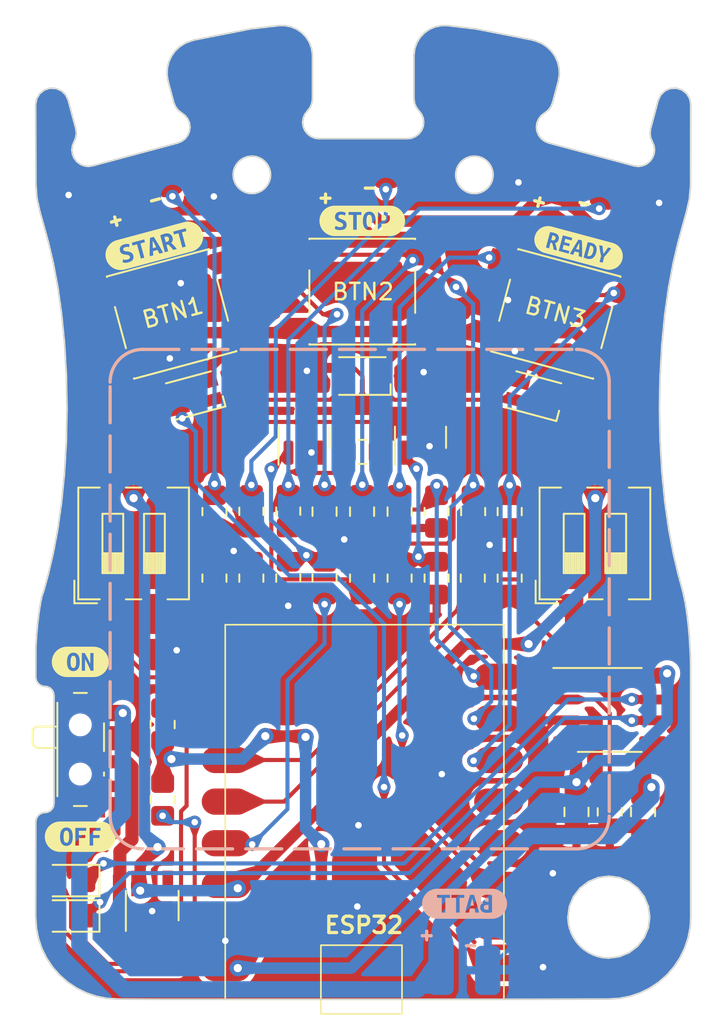
<source format=kicad_pcb>
(kicad_pcb (version 20221018) (generator pcbnew)
  (layers (0 "F.Cu" signal) (31 "B.Cu" signal) (34 "B.Paste" user) (35 "F.Paste" user) (36 "B.SilkS" user "B.Silkscreen") (37 "F.SilkS" user "F.Silkscreen") (38 "B.Mask" user) (39 "F.Mask" user) (44 "Edge.Cuts" user))
  (net 0 "")
  (net 1 "GND")
  (net 2 "/START_BTN")
  (net 3 "+3.3V")
  (net 4 "/STOP_BTN")
  (net 5 "/READY_BTN")
  (net 6 "/RGBs")
  (net 8 "/IR_PROGRAM")
  (net 11 "/BATT")
  (net 12 "/IR_LEDs")
  (net 13 "/SWITCH4")
  (net 14 "/SWITCH3")
  (net 15 "/SWITCH2")
  (net 16 "/SWITCH1")
  (net 17 "Net-(MOSFET1-D)")
  (net 18 "Net-(R19-Pad1)")
  (net 19 "Net-(LED1-GND)")
  (net 20 "Net-(LED2-GND)")
  (net 21 "Net-(LED3-GND)")
  (net 22 "Net-(MOSFET1-G)")
  (net 23 "Net-(MOSFET2-G)")
  (net 24 "Net-(MOSFET2-D)")
  (net 25 "Net-(NEO1-DOUT)")
  (net 26 "Net-(NEO2-DOUT)")
  (net 28 "+5V")
  (net 29 "/LED_CARGA")
  (net 30 "Net-(D1-A)")
  (net 31 "/LED_CARGADO")
  (net 32 "Net-(D2-A)")
  (net 33 "Net-(LDO1-CE)")
  (net 35 "Net-(TP4056-ISET)")
  (footprint "Capacitor_SMD:C_0805_2012Metric_Pad1.18x1.45mm_HandSolder" (layer "F.Cu") (at 151.23875 98.26 -90)
    (fp_text reference "C1" hide)
    (fp_text value "0.1uF")
  )
  (footprint "Resistor_SMD:R_0805_2012Metric_Pad1.20x1.40mm_HandSolder" (layer "F.Cu") (at 153.543 94.615)
    (fp_text reference "R19" hide)
    (fp_text value "0")
  )
  (footprint "LED_SMD:LED_0805_2012Metric_Pad1.15x1.40mm_HandSolder" (layer "F.Cu") (at 135.636 120.777 180)
    (fp_text reference "D1" hide)
    (fp_text value "LED")
  )
  (footprint "Button_Switch_SMD:SW_Push_1P1T_NO_6x6mm_H9.5mm" (layer "F.Cu") (at 165.3555 86.196 -15)
    (fp_text reference "BTN3")
    (fp_text value "~")
  )
  (footprint "Package_TO_SOT_SMD:SOT-23-5_HandSoldering" (layer "F.Cu") (at 140.716 122.301 90)
    (fp_text reference "LDO1" hide)
    (fp_text value "~")
  )
  (footprint "custom_footprints:LED_WS2812B_2.0x2.0mm" (layer "F.Cu") (at 164.0255 91.176 165)
    (fp_text reference "NEO3" hide)
    (fp_text value "~")
  )
  (footprint "Button_Switch_SMD:SW_DIP_SPSTx02_Slide_6.7x6.64mm_W8.61mm_P2.54mm_LowProfile" (layer "F.Cu") (at 167.75 100.203 90)
    (fp_text reference "SW2" hide)
    (fp_text value "SW_DIP_x02")
  )
  (footprint "Resistor_SMD:R_0805_2012Metric_Pad1.20x1.40mm_HandSolder" (layer "F.Cu") (at 149.0225 98.23 -90)
    (fp_text reference "R3" hide)
    (fp_text value "150")
  )
  (footprint "Capacitor_SMD:C_0805_2012Metric_Pad1.18x1.45mm_HandSolder" (layer "F.Cu") (at 166.624 116.586 -90)
    (fp_text reference "C4" hide)
    (fp_text value "10uF")
  )
  (footprint "kibuzzard-6637BBE8" (layer "F.Cu") (at 136.32 107.43)
    (fp_text reference "kibuzzard-6637BBE8" hide)
    (fp_text value "G***" hide)
  )
  (footprint "Button_Switch_SMD:SW_Push_1P1T_NO_6x6mm_H9.5mm" (layer "F.Cu") (at 153.543 84.836)
    (fp_text reference "BTN2")
    (fp_text value "~")
  )
  (footprint "Resistor_SMD:R_0805_2012Metric_Pad1.20x1.40mm_HandSolder" (layer "F.Cu") (at 144.515 102.32 90)
    (fp_text reference "R6" hide)
    (fp_text value "47K")
  )
  (footprint "Capacitor_SMD:C_0805_2012Metric_Pad1.18x1.45mm_HandSolder" (layer "F.Cu") (at 170.688 116.586 -90)
    (fp_text reference "C5" hide)
    (fp_text value "10uF")
  )
  (footprint "Resistor_SMD:R_0805_2012Metric_Pad1.20x1.40mm_HandSolder" (layer "F.Cu") (at 153.53 102.32 90)
    (fp_text reference "R15" hide)
    (fp_text value "1K")
  )
  (footprint "Resistor_SMD:R_0805_2012Metric_Pad1.20x1.40mm_HandSolder" (layer "F.Cu") (at 149.0225 102.32 -90)
    (fp_text reference "R9" hide)
    (fp_text value "100K")
  )
  (footprint "Resistor_SMD:R_0805_2012Metric_Pad1.20x1.40mm_HandSolder" (layer "F.Cu") (at 141.351 115.824 -90)
    (fp_text reference "R5" hide)
    (fp_text value "1K")
  )
  (footprint "Resistor_SMD:R_0805_2012Metric_Pad1.20x1.40mm_HandSolder" (layer "F.Cu") (at 146.76875 98.24 -90)
    (fp_text reference "R2" hide)
    (fp_text value "150")
  )
  (footprint "custom_footprints:Leds_IR_Remote" (layer "F.Cu") (at 153.6 76.62)
    (fp_text reference "LED3" hide)
    (fp_text value "~" hide)
  )
  (footprint "Resistor_SMD:R_0805_2012Metric_Pad1.20x1.40mm_HandSolder" (layer "F.Cu") (at 168.656 116.586 -90)
    (fp_text reference "R18" hide)
    (fp_text value "1K5")
  )
  (footprint "Capacitor_SMD:C_0805_2012Metric_Pad1.18x1.45mm_HandSolder" (layer "F.Cu") (at 153.53 98.26 -90)
    (fp_text reference "C2" hide)
    (fp_text value "0.1uF")
  )
  (footprint "Resistor_SMD:R_0805_2012Metric_Pad1.20x1.40mm_HandSolder" (layer "F.Cu") (at 158.0825 98.26 -90)
    (fp_text reference "R12" hide)
    (fp_text value "47K")
  )
  (footprint "Resistor_SMD:R_0805_2012Metric_Pad1.20x1.40mm_HandSolder" (layer "F.Cu") (at 160.29125 102.32 90)
    (fp_text reference "R16" hide)
    (fp_text value "47K")
  )
  (footprint "Package_SO:SOP-8_3.9x4.9mm_P1.27mm" (layer "F.Cu") (at 168.656 110.363)
    (fp_text reference "TP4056" hide)
    (fp_text value "~")
  )
  (footprint "custom_footprints:Leds_IR_Remote" (layer "F.Cu") (at 140.06 77.5 15)
    (fp_text reference "LED1" hide)
    (fp_text value "~" hide)
  )
  (footprint "Package_TO_SOT_SMD:SOT-23" (layer "F.Cu") (at 149.987 93.726 90)
    (fp_text reference "MOSFET1" hide)
    (fp_text value "AO3414A")
  )
  (footprint "Resistor_SMD:R_0805_2012Metric_Pad1.20x1.40mm_HandSolder" (layer "F.Cu") (at 151.23875 102.32 90)
    (fp_text reference "R8" hide)
    (fp_text value "1K")
  )
  (footprint "Button_Switch_SMD:SW_SPDT_PCM12" (layer "F.Cu") (at 136.652 112.776 -90)
    (fp_text reference "SW3" hide)
    (fp_text value "SW_DPDT_x2")
  )
  (footprint "kibuzzard-6637BC1A" (layer "F.Cu") (at 136.32 118.098)
    (fp_text reference "kibuzzard-6637BC1A" hide)
    (fp_text value "G***" hide)
  )
  (footprint "Resistor_SMD:R_0805_2012Metric_Pad1.20x1.40mm_HandSolder" (layer "F.Cu") (at 158.0825 102.32 -90)
    (fp_text reference "R11" hide)
    (fp_text value "100K")
  )
  (footprint "custom_footprints:LED_WS2812B_2.0x2.0mm" (layer "F.Cu") (at 143.2255 91.176 -165)
    (fp_text reference "NEO1" hide)
    (fp_text value "~")
  )
  (footprint "Capacitor_SMD:C_0805_2012Metric_Pad1.18x1.45mm_HandSolder" (layer "F.Cu") (at 155.82125 98.26 -90)
    (fp_text reference "C3" hide)
    (fp_text value "0.1uF")
  )
  (footprint "kibuzzard-6637BADB" (layer "F.Cu") (at 140.843 82.042 15)
    (fp_text reference "kibuzzard-6637BADB" hide)
    (fp_text value "G***" hide)
  )
  (footprint "LED_SMD:LED_0805_2012Metric_Pad1.15x1.40mm_HandSolder" (layer "F.Cu") (at 135.636 122.936 180)
    (fp_text reference "D2" hide)
    (fp_text value "LED")
  )
  (footprint "custom_footprints:ESP32_supermini" (layer "F.Cu") (at 153.4925 124.72 180)
    (fp_text reference "ESP1" hide)
    (fp_text value "~")
  )
  (footprint "Resistor_SMD:R_0805_2012Metric_Pad1.20x1.40mm_HandSolder" (layer "F.Cu") (at 160.31375 98.26 -90)
    (fp_text reference "R13" hide)
    (fp_text value "47K")
  )
  (footprint "Resistor_SMD:R_0805_2012Metric_Pad1.20x1.40mm_HandSolder" (layer "F.Cu") (at 144.515 98.26 -90)
    (fp_text reference "R1" hide)
    (fp_text value "150")
  )
  (footprint "Resistor_SMD:R_0805_2012Metric_Pad1.20x1.40mm_HandSolder" (layer "F.Cu") (at 162.545 98.26 -90)
    (fp_text reference "R14" hide)
    (fp_text value "47K")
  )
  (footprint "Button_Switch_SMD:SW_DIP_SPSTx02_Slide_6.7x6.64mm_W8.61mm_P2.54mm_LowProfile" (layer "F.Cu") (at 139.58 100.203 90)
    (fp_text reference "SW1" hide)
    (fp_text value "SW_DIP_x02")
  )
  (footprint "custom_footprints:LED_WS2812B_2.0x2.0mm" (layer "F.Cu") (at 153.5455 89.986 180)
    (fp_text reference "NEO2" hide)
    (fp_text value "~")
  )
  (footprint "kibuzzard-6637BD08" (layer "F.Cu") (at 166.751 82.169 -15)
    (fp_text reference "kibuzzard-6637BD08" hide)
    (fp_text value "G***" hide)
  )
  (footprint "custom_footprints:Leds_IR_Remote" (layer "F.Cu") (at 167.208119 77.528823 -15)
    (fp_text reference "LED2" hide)
    (fp_text value "~" hide)
  )
  (footprint "Package_TO_SOT_SMD:SOT-23" (layer "F.Cu") (at 157.099 93.726 90)
    (fp_text reference "MOSFET2" hide)
    (fp_text value "AO3414A")
  )
  (footprint "Resistor_SMD:R_0805_2012Metric_Pad1.20x1.40mm_HandSolder" (layer "F.Cu") (at 141.351 111.252 90)
    (fp_text reference "R4" hide)
    (fp_text value "1K")
  )
  (footprint "Resistor_SMD:R_0805_2012Metric_Pad1.20x1.40mm_HandSolder" (layer "F.Cu") (at 162.545 102.32 90)
    (fp_text reference "R17" hide)
    (fp_text value "47K")
  )
  (footprint "Resistor_SMD:R_0805_2012Metric_Pad1.20x1.40mm_HandSolder" (layer "F.Cu") (at 155.82125 102.32 -90)
    (fp_text reference "R10" hide)
    (fp_text value "1K")
  )
  (footprint "Button_Switch_SMD:SW_Push_1P1T_NO_6x6mm_H9.5mm" (layer "F.Cu") (at 141.8955 86.196 15)
    (fp_text reference "BTN1")
    (fp_text value "~")
  )
  (footprint "Resistor_SMD:R_0805_2012Metric_Pad1.20x1.40mm_HandSolder" (layer "F.Cu") (at 146.76875 102.32 90)
    (fp_text reference "R7" hide)
    (fp_text value "47K")
  )
  (footprint "kibuzzard-6637BAEA" (layer "F.Cu") (at 153.543 80.518)
    (fp_text reference "kibuzzard-6637BAEA" hide)
    (fp_text value "G***" hide)
  )
  (footprint "kibuzzard-6637DAEE" (layer "B.Cu") (at 159.79 122.19 180)
    (fp_text reference "kibuzzard-6637DAEE" hide)
    (fp_text value "G***" hide)
  )
  (footprint "custom_footprints:Leds_IR_Remote" (layer "B.Cu") (at 159.7775 126.65375)
    (fp_text reference "BT1" hide)
    (fp_text value "Battery" hide)
  )
  (gr_line (start 166.624 118.84) (end 140.144 118.84) (stroke (width 0.2) (type dash)) (layer "B.SilkS"))
  (gr_arc (start 168.624 116.84) (mid 168.038214 118.254214) (end 166.624 118.84) (stroke (width 0.2)) (layer "B.SilkS"))
  (gr_line (start 140.144 88.36) (end 166.624 88.36) (stroke (width 0.2) (type dash)) (layer "B.SilkS"))
  (gr_line (start 168.624 90.36) (end 168.624 116.84) (stroke (width 0.2) (type dash)) (layer "B.SilkS"))
  (gr_line (start 138.144 116.84) (end 138.144 90.36) (stroke (width 0.2) (type dash)) (layer "B.SilkS"))
  (gr_arc (start 166.624 88.36) (mid 168.038214 88.945786) (end 168.624 90.36) (stroke (width 0.2)) (layer "B.SilkS"))
  (gr_arc (start 138.144 90.36) (mid 138.729786 88.945786) (end 140.144 88.36) (stroke (width 0.2)) (layer "B.SilkS"))
  (gr_arc (start 140.144 118.84) (mid 138.729786 118.254214) (end 138.144 116.84) (stroke (width 0.2)) (layer "B.SilkS"))
  (gr_line (start 164.799966 69.886534) (end 165.085371 70.157273) (stroke (width 0.1)) (layer "Edge.Cuts"))
  (gr_line (start 134.613769 116.401188) (end 134.49062 116.523036) (stroke (width 0.1)) (layer "Edge.Cuts"))
  (gr_line (start 133.683776 79.150816) (end 133.862005 79.951251) (stroke (width 0.1)) (layer "Edge.Cuts"))
  (gr_line (start 169.252631 127.962323) (end 169.894095 127.834728) (stroke (width 0.1)) (layer "Edge.Cuts"))
  (gr_line (start 173.573443 107.031353) (end 173.582762 107.302511) (stroke (width 0.1)) (layer "Edge.Cuts"))
  (gr_line (start 157.656536 68.82616) (end 157.341962 69.045364) (stroke (width 0.1)) (layer "Edge.Cuts"))
  (gr_line (start 166.616617 124.527002) (end 166.434936 124.255098) (stroke (width 0.1)) (layer "Edge.Cuts"))
  (gr_line (start 142.991181 74.539173) (end 142.891281 74.297992) (stroke (width 0.1)) (layer "Edge.Cuts"))
  (gr_line (start 136.045207 75.434949) (end 136.080938 75.162815) (stroke (width 0.1)) (layer "Edge.Cuts"))
  (gr_line (start 143.09949 69.534533) (end 142.73253 69.676293) (stroke (width 0.1)) (layer "Edge.Cuts"))
  (gr_line (start 142.308098 73.765336) (end 142.141467 73.548178) (stroke (width 0.1)) (layer "Edge.Cuts"))
  (gr_line (start 158.769032 68.607071) (end 160.485143 68.807325) (stroke (width 0.1)) (layer "Edge.Cuts"))
  (gr_line (start 133.660602 105.757272) (end 133.680613 105.518796) (stroke (width 0.1)) (layer "Edge.Cuts"))
  (gr_line (start 150.641181 75.471024) (end 150.9 75.505098) (stroke (width 0.1)) (layer "Edge.Cuts"))
  (gr_line (start 135.366735 88.042239) (end 135.477208 89.972513) (stroke (width 0.1)) (layer "Edge.Cuts"))
  (gr_line (start 135.477208 89.972513) (end 135.514157 91.963349) (stroke (width 0.1)) (layer "Edge.Cuts"))
  (gr_line (start 142.036719 73.295293) (end 141.690148 72.001874) (stroke (width 0.1)) (layer "Edge.Cuts"))
  (gr_line (start 150.320594 69.651821) (end 150.448812 70.013162) (stroke (width 0.1)) (layer "Edge.Cuts"))
  (gr_line (start 136.550437 77.16154) (end 136.309256 77.06164) (stroke (width 0.1)) (layer "Edge.Cuts"))
  (gr_line (start 149.190543 68.676314) (end 149.543464 68.82616) (stroke (width 0.1)) (layer "Edge.Cuts"))
  (gr_line (start 171.359944 75.931125) (end 171.154793 75.434949) (stroke (width 0.1)) (layer "Edge.Cuts"))
  (gr_line (start 133.980602 124.918516) (end 134.269873 125.505098) (stroke (width 0.1)) (layer "Edge.Cuts"))
  (gr_line (start 173.322616 104.202333) (end 173.290131 104.001987) (stroke (width 0.1)) (layer "Edge.Cuts"))
  (gr_line (start 164.10051 69.534533) (end 164.46747 69.676293) (stroke (width 0.1)) (layer "Edge.Cuts"))
  (gr_line (start 173.6 73.42) (end 173.589045 78.324091) (stroke (width 0.1)) (layer "Edge.Cuts"))
  (gr_line (start 168.6 125.505098) (end 168.273685 125.483711) (stroke (width 0.1)) (layer "Edge.Cuts"))
  (gr_line (start 157.341962 69.045364) (end 157.079176 69.324561) (stroke (width 0.1)) (layer "Edge.Cuts"))
  (gr_line (start 169.85 120.840035) (end 170.367767 121.237332) (stroke (width 0.1)) (layer "Edge.Cuts"))
  (gr_line (start 171.119062 75.162815) (end 171.154919 74.890697) (stroke (width 0.1)) (layer "Edge.Cuts"))
  (gr_line (start 170.649563 77.16154) (end 170.890744 77.06164) (stroke (width 0.1)) (layer "Edge.Cuts"))
  (gr_line (start 157.166025 74.005098) (end 157.265926 74.246279) (stroke (width 0.1)) (layer "Edge.Cuts"))
  (gr_line (start 133.714525 116.856561) (end 133.837446 116.733213) (stroke (width 0.1)) (layer "Edge.Cuts"))
  (gr_line (start 166.185185 123.652146) (end 166.121388 123.331414) (stroke (width 0.1)) (layer "Edge.Cuts"))
  (gr_line (start 134.720193 109.476) (end 134.69291 109.304921) (stroke (width 0.1)) (layer "Edge.Cuts"))
  (gr_line (start 173.582762 107.302511) (end 173.590299 107.579115) (stroke (width 0.1)) (layer "Edge.Cuts"))
  (gr_line (start 163.876092 69.472169) (end 164.10051 69.534533) (stroke (width 0.1)) (layer "Edge.Cuts"))
  (gr_line (start 164.208819 74.539173) (end 164.308719 74.297992) (stroke (width 0.1)) (layer "Edge.Cuts"))
  (gr_line (start 171.643807 126.971865) (end 172.135534 126.540632) (stroke (width 0.1)) (layer "Edge.Cuts"))
  (gr_line (start 156.7 70.393145) (end 156.7 73.05657) (stroke (width 0.1)) (layer "Edge.Cuts"))
  (gr_line (start 134.720193 116.076) (end 134.720193 109.476) (stroke (width 0.1)) (layer "Edge.Cuts"))
  (gr_line (start 156.558819 75.471024) (end 156.3 75.505098) (stroke (width 0.1)) (layer "Edge.Cuts"))
  (gr_line (start 133.614442 78.324091) (end 133.683776 79.150816) (stroke (width 0.1)) (layer "Edge.Cuts"))
  (gr_line (start 167.35 125.170162) (end 167.078096 124.988482) (stroke (width 0.1)) (layer "Edge.Cuts"))
  (gr_line (start 165.312844 70.478227) (end 165.473747 70.837206) (stroke (width 0.1)) (layer "Edge.Cuts"))
  (gr_line (start 134.132689 72.531262) (end 134.476195 72.420892) (stroke (width 0.1)) (layer "Edge.Cuts"))
  (gr_line (start 170.131925 77.16154) (end 170.390744 77.195615) (stroke (width 0.1)) (layer "Edge.Cuts"))
  (gr_line (start 171.394018 76.191348) (end 171.359944 75.931125) (stroke (width 0.1)) (layer "Edge.Cuts"))
  (gr_line (start 149.9 74.505098) (end 149.934074 74.763918) (stroke (width 0.1)) (layer "Edge.Cuts"))
  (gr_line (start 143.025255 74.797992) (end 142.991181 74.539173) (stroke (width 0.1)) (layer "Edge.Cuts"))
  (gr_line (start 171.728157 93.953621) (end 171.840432 95.882309) (stroke (width 0.1)) (layer "Edge.Cuts"))
  (gr_line (start 170.367767 121.237332) (end 170.765064 121.755098) (stroke (width 0.1)) (layer "Edge.Cuts"))
  (gr_line (start 150.359524 73.580834) (end 150.464272 73.327949) (stroke (width 0.1)) (layer "Edge.Cuts"))
  (gr_line (start 167.643291 125.314797) (end 167.35 125.170162) (stroke (width 0.1)) (layer "Edge.Cuts"))
  (gr_line (start 135.94323 76.695615) (end 136.102149 76.902721) (stroke (width 0.1)) (layer "Edge.Cuts"))
  (gr_line (start 133.63563 108.540199) (end 133.714525 108.695439) (stroke (width 0.1)) (layer "Edge.Cuts"))
  (gr_line (start 166.832233 121.237332) (end 167.35 120.840035) (stroke (width 0.1)) (layer "Edge.Cuts"))
  (gr_line (start 142.732362 75.505098) (end 142.891281 75.297992) (stroke (width 0.1)) (layer "Edge.Cuts"))
  (gr_line (start 166.832233 124.772865) (end 166.616617 124.527002) (stroke (width 0.1)) (layer "Edge.Cuts"))
  (gr_line (start 164.467638 75.505098) (end 164.674745 75.664017) (stroke (width 0.1)) (layer "Edge.Cuts"))
  (gr_line (start 143.025255 74.797992) (end 142.991181 75.056811) (stroke (width 0.1)) (layer "Edge.Cuts"))
  (gr_line (start 157.166025 75.005098) (end 157.007107 75.212205) (stroke (width 0.1)) (layer "Edge.Cuts"))
  (gr_line (start 135.064466 126.540632) (end 135.556193 126.971865) (stroke (width 0.1)) (layer "Edge.Cuts"))
  (gr_line (start 142.732362 74.090885) (end 142.308098 73.765336) (stroke (width 0.1)) (layer "Edge.Cuts"))
  (gr_line (start 173.549459 106.505379) (end 173.562342 106.765643) (stroke (width 0.1)) (layer "Edge.Cuts"))
  (gr_line (start 173.500117 105.757272) (end 173.480106 105.518796) (stroke (width 0.1)) (layer "Edge.Cuts"))
  (gr_line (start 171.68933 91.963349) (end 171.728157 93.953621) (stroke (width 0.1)) (layer "Edge.Cuts"))
  (gr_line (start 172.363439 72.438595) (end 172.723805 72.420892) (stroke (width 0.1)) (layer "Edge.Cuts"))
  (gr_line (start 171.35667 76.454434) (end 171.394018 76.191348) (stroke (width 0.1)) (layer "Edge.Cuts"))
  (gr_line (start 133.992412 116.653779) (end 134.16432 116.626) (stroke (width 0.1)) (layer "Edge.Cuts"))
  (gr_line (start 133.66459 73.065027) (end 133.850078 72.755558) (stroke (width 0.1)) (layer "Edge.Cuts"))
  (gr_line (start 173.40938 104.836053) (end 173.382241 104.619366) (stroke (width 0.1)) (layer "Edge.Cuts"))
  (gr_line (start 171.25677 76.695615) (end 171.35667 76.454434) (stroke (width 0.1)) (layer "Edge.Cuts"))
  (gr_line (start 167.952952 120.590284) (end 168.6 120.505098) (stroke (width 0.1)) (layer "Edge.Cuts"))
  (gr_line (start 134.613769 109.150813) (end 134.49062 109.028965) (stroke (width 0.1)) (layer "Edge.Cuts"))
  (gr_line (start 149.543464 68.82616) (end 149.858038 69.045364) (stroke (width 0.1)) (layer "Edge.Cuts"))
  (gr_line (start 158.769032 68.607071) (end 158.385647 68.60223) (stroke (width 0.1)) (layer "Edge.Cuts"))
  (gr_line (start 169.85 125.170162) (end 169.247048 125.419913) (stroke (width 0.1)) (layer "Edge.Cuts"))
  (gr_line (start 142.284074 75.763918) (end 137.068075 77.16154) (stroke (width 0.1)) (layer "Edge.Cuts"))
  (gr_line (start 150.4 75.371124) (end 150.641181 75.471024) (stroke (width 0.1)) (layer "Edge.Cuts"))
  (gr_line (start 133.778478 104.619366) (end 133.807399 104.408126) (stroke (width 0.1)) (layer "Edge.Cuts"))
  (gr_line (start 156.840476 73.580834) (end 157.166025 74.005098) (stroke (width 0.1)) (layer "Edge.Cuts"))
  (gr_line (start 133.714525 108.695439) (end 133.837446 108.818788) (stroke (width 0.1)) (layer "Edge.Cuts"))
  (gr_circle (center 160.39 77.71) (end 161.533 77.71) (stroke (width 0.1)) (fill none) (layer "Edge.Cuts"))
  (gr_line (start 173.590299 107.579115) (end 173.6 123.005098) (stroke (width 0.1)) (layer "Edge.Cuts"))
  (gr_line (start 166.290301 123.961807) (end 166.185185 123.652146) (stroke (width 0.1)) (layer "Edge.Cuts"))
  (gr_line (start 134.720193 116.076) (end 134.69291 116.24708) (stroke (width 0.1)) (layer "Edge.Cuts"))
  (gr_line (start 133.6 123.005098) (end 133.642776 123.657729) (stroke (width 0.1)) (layer "Edge.Cuts"))
  (gr_line (start 173.549459 106.505379) (end 173.534793 106.250563) (stroke (width 0.1)) (layer "Edge.Cuts"))
  (gr_line (start 133.702406 105.285768) (end 133.725982 105.058187) (stroke (width 0.1)) (layer "Edge.Cuts"))
  (gr_line (start 165.058533 73.548178) (end 165.163281 73.295293) (stroke (width 0.1)) (layer "Edge.Cuts"))
  (gr_line (start 148.430968 68.607071) (end 148.814353 68.60223) (stroke (width 0.1)) (layer "Edge.Cuts"))
  (gr_line (start 143.323908 69.472169) (end 143.09949 69.534533) (stroke (width 0.1)) (layer "Edge.Cuts"))
  (gr_line (start 173.14237 103.255074) (end 173.181983 103.433632) (stroke (width 0.1)) (layer "Edge.Cuts"))
  (gr_line (start 156.751188 70.013162) (end 156.7 70.393145) (stroke (width 0.1)) (layer "Edge.Cuts"))
  (gr_line (start 171.1 127.335226) (end 171.643807 126.971865) (stroke (width 0.1)) (layer "Edge.Cuts"))
  (gr_line (start 133.992412 108.898222) (end 134.16432 108.926) (stroke (width 0.1)) (layer "Edge.Cuts"))
  (gr_line (start 172.808799 81.882385) (end 172.518196 83.126149) (stroke (width 0.1)) (layer "Edge.Cuts"))
  (gr_line (start 173.429629 124.299194) (end 173.557224 123.657729) (stroke (width 0.1)) (layer "Edge.Cuts"))
  (gr_line (start 133.6 123.005098) (end 133.608448 117.183806) (stroke (width 0.1)) (layer "Edge.Cuts"))
  (gr_line (start 133.870588 104.001987) (end 133.904855 103.807088) (stroke (width 0.1)) (layer "Edge.Cuts"))
  (gr_line (start 133.642776 123.657729) (end 133.770371 124.299194) (stroke (width 0.1)) (layer "Edge.Cuts"))
  (gr_line (start 133.63563 117.011802) (end 133.714525 116.856561) (stroke (width 0.1)) (layer "Edge.Cuts"))
  (gr_line (start 166.434936 124.255098) (end 166.290301 123.961807) (stroke (width 0.1)) (layer "Edge.Cuts"))
  (gr_line (start 170.765064 124.255098) (end 170.367767 124.772865) (stroke (width 0.1)) (layer "Edge.Cuts"))
  (gr_line (start 133.838103 104.202333) (end 133.870588 104.001987) (stroke (width 0.1)) (layer "Edge.Cuts"))
  (gr_line (start 134.677604 100.791618) (end 134.386548 102.034847) (stroke (width 0.1)) (layer "Edge.Cuts"))
  (gr_line (start 150.5 70.393145) (end 150.5 73.05657) (stroke (width 0.1)) (layer "Edge.Cuts"))
  (gr_line (start 149.858038 69.045364) (end 150.120824 69.324561) (stroke (width 0.1)) (layer "Edge.Cuts"))
  (gr_line (start 135.581122 73.159181) (end 136.045081 74.890697) (stroke (width 0.1)) (layer "Edge.Cuts"))
  (gr_line (start 171.618878 73.159181) (end 171.77314 72.83302) (stroke (width 0.1)) (layer "Edge.Cuts"))
  (gr_line (start 134.49062 116.523036) (end 134.33568 116.600536) (stroke (width 0.1)) (layer "Edge.Cuts"))
  (gr_line (start 142.732362 75.505098) (end 142.525255 75.664017) (stroke (width 0.1)) (layer "Edge.Cuts"))
  (gr_line (start 157.079176 69.324561) (end 156.879406 69.651821) (stroke (width 0.1)) (layer "Edge.Cuts"))
  (gr_line (start 156.3 75.505098) (end 150.9 75.505098) (stroke (width 0.1)) (layer "Edge.Cuts"))
  (gr_line (start 133.837446 116.733213) (end 133.992412 116.653779) (stroke (width 0.1)) (layer "Edge.Cuts"))
  (gr_line (start 134.394688 81.882385) (end 134.685291 83.126149) (stroke (width 0.1)) (layer "Edge.Cuts"))
  (gr_line (start 156.735728 73.327949) (end 156.7 73.05657) (stroke (width 0.1)) (layer "Edge.Cuts"))
  (gr_line (start 164.891902 73.765336) (end 164.467638 74.090885) (stroke (width 0.1)) (layer "Edge.Cuts"))
  (gr_line (start 164.208819 75.056811) (end 164.174745 74.797992) (stroke (width 0.1)) (layer "Edge.Cuts"))
  (gr_line (start 167.078096 124.988482) (end 166.832233 124.772865) (stroke (width 0.1)) (layer "Edge.Cuts"))
  (gr_line (start 134.836561 72.438595) (end 134.476195 72.420892) (stroke (width 0.1)) (layer "Edge.Cuts"))
  (gr_line (start 134.132689 72.531262) (end 133.850078 72.755558) (stroke (width 0.1)) (layer "Edge.Cuts"))
  (gr_line (start 171.726279 89.972513) (end 171.68933 91.963349) (stroke (width 0.1)) (layer "Edge.Cuts"))
  (gr_line (start 164.308719 75.297992) (end 164.208819 75.056811) (stroke (width 0.1)) (layer "Edge.Cuts"))
  (gr_line (start 173.349922 72.755558) (end 173.53541 73.065027) (stroke (width 0.1)) (layer "Edge.Cuts"))
  (gr_line (start 166.434936 121.755098) (end 166.832233 121.237332) (stroke (width 0.1)) (layer "Edge.Cuts"))
  (gr_line (start 133.625926 106.250563) (end 133.642373 106.001194) (stroke (width 0.1)) (layer "Edge.Cuts"))
  (gr_line (start 173.382241 104.619366) (end 173.35332 104.408126) (stroke (width 0.1)) (layer "Edge.Cuts"))
  (gr_line (start 164.174745 74.797992) (end 164.208819 74.539173) (stroke (width 0.1)) (layer "Edge.Cuts"))
  (gr_line (start 168.273685 125.483711) (end 167.952952 125.419913) (stroke (width 0.1)) (layer "Edge.Cuts"))
  (gr_line (start 135.94323 76.695615) (end 135.84333 76.454434) (stroke (width 0.1)) (layer "Edge.Cuts"))
  (gr_line (start 172.525883 100.791618) (end 172.816939 102.034847) (stroke (width 0.1)) (layer "Edge.Cuts"))
  (gr_line (start 166.121388 123.331414) (end 166.1 123.005098) (stroke (width 0.1)) (layer "Edge.Cuts"))
  (gr_line (start 135.805982 76.191348) (end 135.840056 75.931125) (stroke (width 0.1)) (layer "Edge.Cuts"))
  (gr_line (start 157.265926 74.763918) (end 157.166025 75.005098) (stroke (width 0.1)) (layer "Edge.Cuts"))
  (gr_line (start 171.1 123.005098) (end 171.014815 123.652146) (stroke (width 0.1)) (layer "Edge.Cuts"))
  (gr_line (start 150.464272 73.327949) (end 150.5 73.05657) (stroke (width 0.1)) (layer "Edge.Cuts"))
  (gr_line (start 171.014815 122.358051) (end 171.1 123.005098) (stroke (width 0.1)) (layer "Edge.Cuts"))
  (gr_line (start 134.49062 109.028965) (end 134.33568 108.951464) (stroke (width 0.1)) (layer "Edge.Cuts"))
  (gr_line (start 135.84333 76.454434) (end 135.805982 76.191348) (stroke (width 0.1)) (layer "Edge.Cuts"))
  (gr_line (start 157.3 74.505098) (end 157.265926 74.763918) (stroke (width 0.1)) (layer "Edge.Cuts"))
  (gr_line (start 134.957093 84.579408) (end 135.189564 86.228924) (stroke (width 0.1)) (layer "Edge.Cuts"))
  (gr_line (start 171.25677 76.695615) (end 171.097851 76.902721) (stroke (width 0.1)) (layer "Edge.Cuts"))
  (gr_line (start 133.608448 108.368194) (end 133.63563 108.540199) (stroke (width 0.1)) (layer "Edge.Cuts"))
  (gr_line (start 135.363055 95.882309) (end 135.184245 97.693324) (stroke (width 0.1)) (layer "Edge.Cuts"))
  (gr_line (start 171.840432 95.882309) (end 172.019242 97.693324) (stroke (width 0.1)) (layer "Edge.Cuts"))
  (gr_line (start 142.891281 75.297992) (end 142.991181 75.056811) (stroke (width 0.1)) (layer "Edge.Cuts"))
  (gr_line (start 134.110376 80.837312) (end 134.394688 81.882385) (stroke (width 0.1)) (layer "Edge.Cuts"))
  (gr_line (start 133.837446 108.818788) (end 133.992412 108.898222) (stroke (width 0.1)) (layer "Edge.Cuts"))
  (gr_line (start 134.386548 102.034847) (end 134.102512 103.081963) (stroke (width 0.1)) (layer "Edge.Cuts"))
  (gr_line (start 166.185185 122.358051) (end 166.434936 121.755098) (stroke (width 0.1)) (layer "Edge.Cuts"))
  (gr_line (start 150.4 75.371124) (end 150.192893 75.212205) (stroke (width 0.1)) (layer "Edge.Cuts"))
  (gr_line (start 134.950398 99.340339) (end 134.677604 100.791618) (stroke (width 0.1)) (layer "Edge.Cuts"))
  (gr_line (start 157.265926 74.246279) (end 157.3 74.505098) (stroke (width 0.1)) (layer "Edge.Cuts"))
  (gr_line (start 171.618878 73.159181) (end 171.154919 74.890697) (stroke (width 0.1)) (layer "Edge.Cuts"))
  (gr_line (start 173.519711 79.150816) (end 173.341482 79.951251) (stroke (width 0.1)) (layer "Edge.Cuts"))
  (gr_line (start 172.246394 84.579408) (end 172.013923 86.228924) (stroke (width 0.1)) (layer "Edge.Cuts"))
  (gr_line (start 135.184245 97.693324) (end 134.950398 99.340339) (stroke (width 0.1)) (layer "Edge.Cuts"))
  (gr_line (start 135.556193 126.971865) (end 136.1 127.335226) (stroke (width 0.1)) (layer "Edge.Cuts"))
  (gr_line (start 170.390744 77.195615) (end 170.649563 77.16154) (stroke (width 0.1)) (layer "Edge.Cuts"))
  (gr_line (start 165.473747 70.837206) (end 165.561968 71.220575) (stroke (width 0.1)) (layer "Edge.Cuts"))
  (gr_line (start 171.77314 72.83302) (end 172.032406 72.582104) (stroke (width 0.1)) (layer "Edge.Cuts"))
  (gr_line (start 156.8 75.371124) (end 157.007107 75.212205) (stroke (width 0.1)) (layer "Edge.Cuts"))
  (gr_line (start 173.067311 72.531262) (end 172.723805 72.420892) (stroke (width 0.1)) (layer "Edge.Cuts"))
  (gr_line (start 165.085371 70.157273) (end 165.312844 70.478227) (stroke (width 0.1)) (layer "Edge.Cuts"))
  (gr_line (start 150.033975 74.005098) (end 150.359524 73.580834) (stroke (width 0.1)) (layer "Edge.Cuts"))
  (gr_line (start 146.714857 68.807325) (end 143.323908 69.472169) (stroke (width 0.1)) (layer "Edge.Cuts"))
  (gr_line (start 172.566767 126.048906) (end 172.930127 125.505098) (stroke (width 0.1)) (layer "Edge.Cuts"))
  (gr_line (start 168.6 128.005098) (end 169.252631 127.962323) (stroke (width 0.1)) (layer "Edge.Cuts"))
  (gr_line (start 158.385647 68.60223) (end 158.009457 68.676314) (stroke (width 0.1)) (layer "Edge.Cuts"))
  (gr_line (start 142.73253 69.676293) (end 142.400034 69.886534) (stroke (width 0.1)) (layer "Edge.Cuts"))
  (gr_line (start 135.840056 75.931125) (end 136.045207 75.434949) (stroke (width 0.1)) (layer "Edge.Cuts"))
  (gr_line (start 173.219815 103.617636) (end 173.181983 103.433632) (stroke (width 0.1)) (layer "Edge.Cuts"))
  (gr_line (start 164.46747 69.676293) (end 164.799966 69.886534) (stroke (width 0.1)) (layer "Edge.Cuts"))
  (gr_line (start 134.33568 108.951464) (end 134.16432 108.926) (stroke (width 0.1)) (layer "Edge.Cuts"))
  (gr_line (start 172.032406 72.582104) (end 172.363439 72.438595) (stroke (width 0.1)) (layer "Edge.Cuts"))
  (gr_line (start 134.69291 109.304921) (end 134.613769 109.150813) (stroke (width 0.1)) (layer "Edge.Cuts"))
  (gr_line (start 133.642373 106.001194) (end 133.660602 105.757272) (stroke (width 0.1)) (layer "Edge.Cuts"))
  (gr_line (start 156.840476 73.580834) (end 156.735728 73.327949) (stroke (width 0.1)) (layer "Edge.Cuts"))
  (gr_line (start 150.033975 75.005098) (end 150.192893 75.212205) (stroke (width 0.1)) (layer "Edge.Cuts"))
  (gr_line (start 133.680613 105.518796) (end 133.702406 105.285768) (stroke (width 0.1)) (layer "Edge.Cuts"))
  (gr_line (start 134.269873 125.505098) (end 134.633233 126.048906) (stroke (width 0.1)) (layer "Edge.Cuts"))
  (gr_line (start 133.608448 108.368194) (end 133.61126 106.505379) (stroke (width 0.1)) (layer "Edge.Cuts"))
  (gr_line (start 135.581122 73.159181) (end 135.42686 72.83302) (stroke (width 0.1)) (layer "Edge.Cuts"))
  (gr_line (start 150.033975 74.005098) (end 149.934074 74.246279) (stroke (width 0.1)) (layer "Edge.Cuts"))
  (gr_line (start 166.1 123.005098) (end 166.185185 122.358051) (stroke (width 0.1)) (layer "Edge.Cuts"))
  (gr_line (start 135.189564 86.228924) (end 135.366735 88.042239) (stroke (width 0.1)) (layer "Edge.Cuts"))
  (gr_line (start 173.534793 106.250563) (end 173.518346 106.001194) (stroke (width 0.1)) (layer "Edge.Cuts"))
  (gr_line (start 136.809256 77.195615) (end 136.550437 77.16154) (stroke (width 0.1)) (layer "Edge.Cuts"))
  (gr_line (start 149.934074 74.763918) (end 150.033975 75.005098) (stroke (width 0.1)) (layer "Edge.Cuts"))
  (gr_line (start 133.6 73.42) (end 133.614442 78.324091) (stroke (width 0.1)) (layer "Edge.Cuts"))
  (gr_line (start 173.434737 105.058187) (end 173.40938 104.836053) (stroke (width 0.1)) (layer "Edge.Cuts"))
  (gr_line (start 171.836752 88.042239) (end 171.726279 89.972513) (stroke (width 0.1)) (layer "Edge.Cuts"))
  (gr_line (start 142.284074 75.763918) (end 142.525255 75.664017) (stroke (width 0.1)) (layer "Edge.Cuts"))
  (gr_line (start 141.726253 70.837206) (end 141.638032 71.220575) (stroke (width 0.1)) (layer "Edge.Cuts"))
  (gr_line (start 171.014815 123.652146) (end 170.765064 124.255098) (stroke (width 0.1)) (layer "Edge.Cuts"))
  (gr_line (start 133.61126 106.505379) (end 133.625926 106.250563) (stroke (width 0.1)) (layer "Edge.Cuts"))
  (gr_line (start 173.53541 73.065027) (end 173.6 73.42) (stroke (width 0.1)) (layer "Edge.Cuts"))
  (gr_line (start 142.141467 73.548178) (end 142.036719 73.295293) (stroke (width 0.1)) (layer "Edge.Cuts"))
  (gr_line (start 133.608448 117.183806) (end 133.63563 117.011802) (stroke (width 0.1)) (layer "Edge.Cuts"))
  (gr_line (start 149.934074 74.246279) (end 149.9 74.505098) (stroke (width 0.1)) (layer "Edge.Cuts"))
  (gr_line (start 168.6 128.005098) (end 163.957 128.016) (stroke (width 0.1)) (layer "Edge.Cuts"))
  (gr_line (start 133.66459 73.065027) (end 133.6 73.42) (stroke (width 0.1)) (layer "Edge.Cuts"))
  (gr_line (start 165.561968 71.220575) (end 165.574158 71.613776) (stroke (width 0.1)) (layer "Edge.Cuts"))
  (gr_line (start 173.35332 104.408126) (end 173.322616 104.202333) (stroke (width 0.1)) (layer "Edge.Cuts"))
  (gr_line (start 148.430968 68.607071) (end 146.714857 68.807325) (stroke (width 0.1)) (layer "Edge.Cuts"))
  (gr_line (start 172.930127 125.505098) (end 173.219398 124.918516) (stroke (width 0.1)) (layer "Edge.Cuts"))
  (gr_line (start 136.686583 127.624496) (end 137.305905 127.834728) (stroke (width 0.1)) (layer "Edge.Cuts"))
  (gr_line (start 133.940905 103.617636) (end 133.904855 103.807088) (stroke (width 0.1)) (layer "Edge.Cuts"))
  (gr_line (start 164.891902 73.765336) (end 165.058533 73.548178) (stroke (width 0.1)) (layer "Edge.Cuts"))
  (gr_line (start 172.253089 99.340339) (end 172.525883 100.791618) (stroke (width 0.1)) (layer "Edge.Cuts"))
  (gr_line (start 173.255864 103.807088) (end 173.219815 103.617636) (stroke (width 0.1)) (layer "Edge.Cuts"))
  (gr_line (start 134.69291 116.24708) (end 134.613769 116.401188) (stroke (width 0.1)) (layer "Edge.Cuts"))
  (gr_line (start 173.589045 78.324091) (end 173.519711 79.150816) (stroke (width 0.1)) (layer "Edge.Cuts"))
  (gr_line (start 173.093111 80.837312) (end 172.808799 81.882385) (stroke (width 0.1)) (layer "Edge.Cuts"))
  (gr_line (start 172.135534 126.540632) (end 172.566767 126.048906) (stroke (width 0.1)) (layer "Edge.Cuts"))
  (gr_line (start 167.35 120.840035) (end 167.952952 120.590284) (stroke (width 0.1)) (layer "Edge.Cuts"))
  (gr_line (start 173.067311 72.531262) (end 173.349922 72.755558) (stroke (width 0.1)) (layer "Edge.Cuts"))
  (gr_line (start 163.957 128.016) (end 141.224 128.016) (stroke (width 0.1)) (layer "Edge.Cuts"))
  (gr_line (start 135.514157 91.963349) (end 135.47533 93.953621) (stroke (width 0.1)) (layer "Edge.Cuts"))
  (gr_line (start 171.154793 75.434949) (end 171.119062 75.162815) (stroke (width 0.1)) (layer "Edge.Cuts"))
  (gr_circle (center 146.8 77.71) (end 147.943 77.71) (stroke (width 0.1)) (fill none) (layer "Edge.Cuts"))
  (gr_line (start 170.367767 124.772865) (end 169.85 125.170162) (stroke (width 0.1)) (layer "Edge.Cuts"))
  (gr_line (start 173.557224 123.657729) (end 173.6 123.005098) (stroke (width 0.1)) (layer "Edge.Cuts"))
  (gr_line (start 142.891281 74.297992) (end 142.732362 74.090885) (stroke (width 0.1)) (layer "Edge.Cuts"))
  (gr_line (start 164.467638 75.505098) (end 164.308719 75.297992) (stroke (width 0.1)) (layer "Edge.Cuts"))
  (gr_line (start 134.102512 103.081963) (end 133.978736 103.433632) (stroke (width 0.1)) (layer "Edge.Cuts"))
  (gr_line (start 141.224 128.016) (end 138.6 128.005098) (stroke (width 0.1)) (layer "Edge.Cuts"))
  (gr_line (start 165.574158 71.613776) (end 165.509852 72.001874) (stroke (width 0.1)) (layer "Edge.Cuts"))
  (gr_line (start 142.114629 70.157273) (end 141.887156 70.478227) (stroke (width 0.1)) (layer "Edge.Cuts"))
  (gr_line (start 134.685291 83.126149) (end 134.957093 84.579408) (stroke (width 0.1)) (layer "Edge.Cuts"))
  (gr_line (start 158.009457 68.676314) (end 157.656536 68.82616) (stroke (width 0.1)) (layer "Edge.Cuts"))
  (gr_line (start 135.47533 93.953621) (end 135.363055 95.882309) (stroke (width 0.1)) (layer "Edge.Cuts"))
  (gr_line (start 173.458313 105.285768) (end 173.434737 105.058187) (stroke (width 0.1)) (layer "Edge.Cuts"))
  (gr_line (start 137.947369 127.962323) (end 138.6 128.005098) (stroke (width 0.1)) (layer "Edge.Cuts"))
  (gr_line (start 173.562342 106.765643) (end 173.573443 107.031353) (stroke (width 0.1)) (layer "Edge.Cuts"))
  (gr_line (start 141.625842 71.613776) (end 141.690148 72.001874) (stroke (width 0.1)) (layer "Edge.Cuts"))
  (gr_line (start 169.247048 120.590284) (end 169.85 120.840035) (stroke (width 0.1)) (layer "Edge.Cuts"))
  (gr_line (start 141.887156 70.478227) (end 141.726253 70.837206) (stroke (width 0.1)) (layer "Edge.Cuts"))
  (gr_line (start 141.638032 71.220575) (end 141.625842 71.613776) (stroke (width 0.1)) (layer "Edge.Cuts"))
  (gr_line (start 137.068075 77.16154) (end 136.809256 77.195615) (stroke (width 0.1)) (layer "Edge.Cuts"))
  (gr_line (start 134.633233 126.048906) (end 135.064466 126.540632) (stroke (width 0.1)) (layer "Edge.Cuts"))
  (gr_line (start 167.952952 125.419913) (end 167.643291 125.314797) (stroke (width 0.1)) (layer "Edge.Cuts"))
  (gr_line (start 133.862005 79.951251) (end 134.110376 80.837312) (stroke (width 0.1)) (layer "Edge.Cuts"))
  (gr_line (start 137.305905 127.834728) (end 137.947369 127.962323) (stroke (width 0.1)) (layer "Edge.Cuts"))
  (gr_line (start 173.480106 105.518796) (end 173.458313 105.285768) (stroke (width 0.1)) (layer "Edge.Cuts"))
  (gr_line (start 164.915926 75.763918) (end 170.131925 77.16154) (stroke (width 0.1)) (layer "Edge.Cuts"))
  (gr_line (start 173.518346 106.001194) (end 173.500117 105.757272) (stroke (width 0.1)) (layer "Edge.Cuts"))
  (gr_line (start 172.019242 97.693324) (end 172.253089 99.340339) (stroke (width 0.1)) (layer "Edge.Cuts"))
  (gr_line (start 133.751339 104.836053) (end 133.778478 104.619366) (stroke (width 0.1)) (layer "Edge.Cuts"))
  (gr_line (start 156.8 75.371124) (end 156.558819 75.471024) (stroke (width 0.1)) (layer "Edge.Cuts"))
  (gr_line (start 136.080938 75.162815) (end 136.045081 74.890697) (stroke (width 0.1)) (layer "Edge.Cuts"))
  (gr_line (start 136.1 127.335226) (end 136.686583 127.624496) (stroke (width 0.1)) (layer "Edge.Cuts"))
  (gr_line (start 148.814353 68.60223) (end 149.190543 68.676314) (stroke (width 0.1)) (layer "Edge.Cuts"))
  (gr_line (start 169.247048 125.419913) (end 168.6 125.505098) (stroke (width 0.1)) (layer "Edge.Cuts"))
  (gr_line (start 133.807399 104.408126) (end 133.838103 104.202333) (stroke (width 0.1)) (layer "Edge.Cuts"))
  (gr_line (start 173.219398 124.918516) (end 173.429629 124.299194) (stroke (width 0.1)) (layer "Edge.Cuts"))
  (gr_line (start 172.816939 102.034847) (end 173.100974 103.081963) (stroke (width 0.1)) (layer "Edge.Cuts"))
  (gr_line (start 133.725982 105.058187) (end 133.751339 104.836053) (stroke (width 0.1)) (layer "Edge.Cuts"))
  (gr_line (start 173.290131 104.001987) (end 173.255864 103.807088) (stroke (width 0.1)) (layer "Edge.Cuts"))
  (gr_line (start 164.308719 74.297992) (end 164.467638 74.090885) (stroke (width 0.1)) (layer "Edge.Cuts"))
  (gr_line (start 170.765064 121.755098) (end 171.014815 122.358051) (stroke (width 0.1)) (layer "Edge.Cuts"))
  (gr_line (start 170.890744 77.06164) (end 171.097851 76.902721) (stroke (width 0.1)) (layer "Edge.Cuts"))
  (gr_line (start 170.513417 127.624496) (end 171.1 127.335226) (stroke (width 0.1)) (layer "Edge.Cuts"))
  (gr_line (start 172.013923 86.228924) (end 171.836752 88.042239) (stroke (width 0.1)) (layer "Edge.Cuts"))
  (gr_line (start 135.42686 72.83302) (end 135.167594 72.582104) (stroke (width 0.1)) (layer "Edge.Cuts"))
  (gr_line (start 164.915926 75.763918) (end 164.674745 75.664017) (stroke (width 0.1)) (layer "Edge.Cuts"))
  (gr_line (start 160.485143 68.807325) (end 163.876092 69.472169) (stroke (width 0.1)) (layer "Edge.Cuts"))
  (gr_line (start 172.518196 83.126149) (end 172.246394 84.579408) (stroke (width 0.1)) (layer "Edge.Cuts"))
  (gr_line (start 136.309256 77.06164) (end 136.102149 76.902721) (stroke (width 0.1)) (layer "Edge.Cuts"))
  (gr_line (start 169.894095 127.834728) (end 170.513417 127.624496) (stroke (width 0.1)) (layer "Edge.Cuts"))
  (gr_line (start 150.120824 69.324561) (end 150.320594 69.651821) (stroke (width 0.1)) (layer "Edge.Cuts"))
  (gr_line (start 168.6 120.505098) (end 169.247048 120.590284) (stroke (width 0.1)) (layer "Edge.Cuts"))
  (gr_line (start 156.879406 69.651821) (end 156.751188 70.013162) (stroke (width 0.1)) (layer "Edge.Cuts"))
  (gr_line (start 133.978736 103.433632) (end 133.940905 103.617636) (stroke (width 0.1)) (layer "Edge.Cuts"))
  (gr_line (start 134.33568 116.600536) (end 134.16432 116.626) (stroke (width 0.1)) (layer "Edge.Cuts"))
  (gr_line (start 150.448812 70.013162) (end 150.5 70.393145) (stroke (width 0.1)) (layer "Edge.Cuts"))
  (gr_line (start 173.341482 79.951251) (end 173.093111 80.837312) (stroke (width 0.1)) (layer "Edge.Cuts"))
  (gr_line (start 135.167594 72.582104) (end 134.836561 72.438595) (stroke (width 0.1)) (layer "Edge.Cuts"))
  (gr_line (start 173.100974 103.081963) (end 173.14237 103.255074) (stroke (width 0.1)) (layer "Edge.Cuts"))
  (gr_line (start 142.400034 69.886534) (end 142.114629 70.157273) (stroke (width 0.1)) (layer "Edge.Cuts"))
  (gr_line (start 165.163281 73.295293) (end 165.509852 72.001874) (stroke (width 0.1)) (layer "Edge.Cuts"))
  (gr_line (start 133.770371 124.299194) (end 133.980602 124.918516) (stroke (width 0.1)) (layer "Edge.Cuts"))
  (gr_text "ESP32" (at 151.13 124.079) (layer "F.SilkS") (effects (font (size 1 1) (thickness 0.2) bold) (justify left bottom)))
  (segment (start 142.068927 90.916501) (end 142.068927 89.188927) (width 0.25) (layer "F.Cu") (net 1))
  (segment (start 164.39 127.6) (end 164.39 126.25) (width 0.25) (layer "F.Cu") (net 1))
  (segment (start 152.9955 89.436) (end 153.56 90.0005) (width 0.25) (layer "F.Cu") (net 1))
  (segment (start 140.716 122.646) (end 140.71 122.64) (width 0.25) (layer "F.Cu") (net 1))
  (segment (start 142.068927 89.188927) (end 141.79 88.91) (width 0.25) (layer "F.Cu") (net 1))
  (segment (start 152.2615 89.67) (end 152.4955 89.436) (width 0.25) (layer "F.Cu") (net 1))
  (segment (start 152.4955 89.436) (end 152.9955 89.436) (width 0.25) (layer "F.Cu") (net 1))
  (segment (start 161.515 100.29) (end 162.545 99.26) (width 0.25) (layer "F.Cu") (net 1))
  (segment (start 157.7335 94.6635) (end 157.05 93.98) (width 0.25) (layer "F.Cu") (net 1))
  (segment (start 151.23875 99.2975) (end 151.7775 99.2975) (width 0.25) (layer "F.Cu") (net 1))
  (segment (start 140.716 123.651) (end 140.716 122.646) (width 0.25) (layer "F.Cu") (net 1))
  (segment (start 157.29 89.75) (end 161.58 89.75) (width 0.25) (layer "F.Cu") (net 1))
  (segment (start 151.7775 99.2975) (end 152.44 99.96) (width 0.25) (layer "F.Cu") (net 1))
  (segment (start 157.171249 94.27) (end 157.65 94.27) (width 0.25) (layer "F.Cu") (net 1))
  (segment (start 164.318 112.002) (end 165.322 110.998) (width 0.25) (layer "F.Cu") (net 1))
  (segment (start 158.4 114.28) (end 160.678 112.002) (width 0.25) (layer "F.Cu") (net 1))
  (segment (start 164.39 126.25) (end 164.58 126.06) (width 0.25) (layer "F.Cu") (net 1))
  (segment (start 153.24 122.36) (end 158.48 127.6) (width 0.25) (layer "F.Cu") (net 1))
  (segment (start 149.0225 103.32) (end 149.0225 104.0075) (width 0.25) (layer "F.Cu") (net 1))
  (segment (start 153.24 122.36) (end 153.24 117.47) (width 0.25) (layer "F.Cu") (net 1))
  (segment (start 155.105625 92.204375) (end 157.171249 94.27) (width 0.25) (layer "F.Cu") (net 1))
  (segment (start 161.58 89.75) (end 162.86 88.47) (width 0.25) (layer "F.Cu") (net 1))
  (segment (start 150.16 89.67) (end 152.2615 89.67) (width 0.25) (layer "F.Cu") (net 1))
  (segment (start 146.10875 100.66) (end 146.76875 101.32) (width 0.25) (layer "F.Cu") (net 1))
  (segment (start 153.24 117.47) (end 153.31 117.4) (width 0.25) (layer "F.Cu") (net 1))
  (segment (start 145.18 124.336) (end 145.939 123.577) (width 0.25) (layer "F.Cu") (net 1))
  (segment (start 145.69 100.66) (end 146.10875 100.66) (width 0.25) (layer "F.Cu") (net 1))
  (segment (start 160.31375 99.26) (end 160.31375 99.28375) (width 0.25) (layer "F.Cu") (net 1))
  (segment (start 158.48 127.6) (end 164.39 127.6) (width 0.25) (layer "F.Cu") (net 1))
  (segment (start 152.44 99.96) (end 152.8675 99.96) (width 0.25) (layer "F.Cu") (net 1))
  (segment (start 150.4535 94.6635) (end 150.44 94.65) (width 0.25) (layer "F.Cu") (net 1))
  (segment (start 158.049 94.6635) (end 158.0435 94.6635) (width 0.25) (layer "F.Cu") (net 1))
  (segment (start 153.56 90.0005) (end 153.56 91.45) (width 0.25) (layer "F.Cu") (net 1))
  (segment (start 149.0225 104.0075) (end 149.02 104.01) (width 0.25) (layer "F.Cu") (net 1))
  (segment (start 165.18 120.33) (end 165.18 119.0675) (width 0.25) (layer "F.Cu") (net 1))
  (segment (start 145.18 124.45) (end 145.18 124.336) (width 0.25) (layer "F.Cu") (net 1))
  (segment (start 165.18 119.0675) (end 166.624 117.6235) (width 0.25) (layer "F.Cu") (net 1))
  (segment (start 161.32 100.29125) (end 160.29125 101.32) (width 0.25) (layer "F.Cu") (net 1))
  (segment (start 150.937 94.6635) (end 150.4535 94.6635) (width 0.25) (layer "F.Cu") (net 1))
  (segment (start 160.31375 99.28375) (end 161.32 100.29) (width 0.25) (layer "F.Cu") (net 1))
  (segment (start 145.03 101.32) (end 145.69 100.66) (width 0.25) (layer "F.Cu") (net 1))
  (segment (start 160.678 112.002) (end 164.318 112.002) (width 0.25) (layer "F.Cu") (net 1))
  (segment (start 144.515 101.32) (end 145.03 101.32) (width 0.25) (layer "F.Cu") (net 1))
  (segment (start 154.314375 92.204375) (end 155.105625 92.204375) (width 0.25) (layer "F.Cu") (net 1))
  (segment (start 152.8675 99.96) (end 153.53 99.2975) (width 0.25) (layer "F.Cu") (net 1))
  (segment (start 153.56 91.45) (end 154.314375 92.204375) (width 0.25) (layer "F.Cu") (net 1))
  (segment (start 161.515 100.29) (end 162.545 101.32) (width 0.25) (layer "F.Cu") (net 1))
  (segment (start 161.32 100.29) (end 161.32 100.29125) (width 0.25) (layer "F.Cu") (net 1))
  (segment (start 165.322 110.998) (end 166.031 110.998) (width 0.25) (layer "F.Cu") (net 1))
  (segment (start 161.32 100.29) (end 161.515 100.29) (width 0.25) (layer "F.Cu") (net 1))
  (segment (start 158.049 94.6635) (end 157.7335 94.6635) (width 0.25) (layer "F.Cu") (net 1))
  (segment (start 158.0435 94.6635) (end 157.65 94.27) (width 0.25) (layer "F.Cu") (net 1))
  (via (at 145.69 100.66) (size 0.8) (drill 0.4) (layers "F.Cu" "B.Cu") (net 1))
  (via (at 171.67 79.42) (size 0.8) (drill 0.4) (layers "F.Cu" "B.Cu") (net 1))
  (via (at 145.18 124.45) (size 0.8) (drill 0.4) (layers "F.Cu" "B.Cu") (net 1))
  (via (at 162.44 85.35) (size 0.8) (drill 0.4) (layers "F.Cu" "B.Cu") (net 1))
  (via (at 141.79 88.91) (size 0.8) (drill 0.4) (layers "F.Cu" "B.Cu") (net 1))
  (via (at 164.58 126.06) (size 0.8) (drill 0.4) (layers "F.Cu" "B.Cu") (net 1))
  (via (at 142.21 106.72) (size 0.8) (drill 0.4) (layers "F.Cu" "B.Cu") (net 1))
  (via (at 142.46 84.32) (size 0.8) (drill 0.4) (layers "F.Cu" "B.Cu") (net 1))
  (via (at 153.24 122.36) (size 0.8) (drill 0.4) (layers "F.Cu" "B.Cu") (net 1))
  (via (at 135.61 78.94) (size 0.8) (drill 0.4) (layers "F.Cu" "B.Cu") (net 1))
  (via (at 153.31 117.4) (size 0.8) (drill 0.4) (layers "F.Cu" "B.Cu") (net 1))
  (via (at 163.08 78.17) (size 0.8) (drill 0.4) (layers "F.Cu" "B.Cu") (net 1))
  (via (at 162.86 88.47) (size 0.8) (drill 0.4) (layers "F.Cu" "B.Cu") (net 1))
  (via (at 149.02 104.01) (size 0.8) (drill 0.4) (layers "F.Cu" "B.Cu") (net 1))
  (via (at 150.44 94.65) (size 0.8) (drill 0.4) (layers "F.Cu" "B.Cu") (net 1))
  (via (at 157.29 89.75) (size 0.8) (drill 0.4) (layers "F.Cu" "B.Cu") (net 1))
  (via (at 140.71 122.64) (size 0.8) (drill 0.4) (layers "F.Cu" "B.Cu") (net 1))
  (via (at 144.48 79.03) (size 0.8) (drill 0.4) (layers "F.Cu" "B.Cu") (net 1))
  (via (at 158.4 114.28) (size 0.8) (drill 0.4) (layers "F.Cu" "B.Cu") (net 1))
  (via (at 161.32 100.29) (size 0.8) (drill 0.4) (layers "F.Cu" "B.Cu") (net 1))
  (via (at 157.65 94.27) (size 0.8) (drill 0.4) (layers "F.Cu" "B.Cu") (net 1))
  (via (at 152.44 99.96) (size 0.8) (drill 0.4) (layers "F.Cu" "B.Cu") (net 1))
  (via (at 150.16 89.67) (size 0.8) (drill 0.4) (layers "F.Cu" "B.Cu") (net 1))
  (via (at 165.18 120.33) (size 0.8) (drill 0.4) (layers "F.Cu" "B.Cu") (net 1))
  (segment (start 150.44 94.65) (end 150.44 89.95) (width 0.25) (layer "B.Cu") (net 1))
  (segment (start 143.23 77.21) (end 143.72 77.7) (width 0.25) (layer "B.Cu") (net 1))
  (segment (start 139.64 78.65) (end 141.08 77.21) (width 0.25) (layer "B.Cu") (net 1))
  (segment (start 141.11 94.47) (end 142.21 95.57) (width 0.25) (layer "B.Cu") (net 1))
  (segment (start 153.31 117.4) (end 155.28 117.4) (width 0.25) (layer "B.Cu") (net 1))
  (segment (start 155.28 117.4) (end 158.4 114.28) (width 0.25) (layer "B.Cu") (net 1))
  (segment (start 136.2 81.33) (end 135.61 80.74) (width 0.25) (layer "B.Cu") (net 1))
  (segment (start 162.86 85.77) (end 162.44 85.35) (width 0.25) (layer "B.Cu") (net 1))
  (segment (start 141.08 77.21) (end 143.23 77.21) (width 0.25) (layer "B.Cu") (net 1))
  (segment (start 150.44 89.95) (end 150.16 89.67) (width 0.25) (layer "B.Cu") (net 1))
  (segment (start 170.09 79.3) (end 168.79 78) (width 0.25) (layer "B.Cu") (net 1))
  (segment (start 171.02 79.42) (end 171.67 79.42) (width 0.25) (layer "B.Cu") (net 1))
  (segment (start 142.46 84.32) (end 142.46 82.42) (width 0.25) (layer "B.Cu") (net 1))
  (segment (start 145.01 124.45) (end 145.18 124.45) (width 0.25) (layer "B.Cu") (net 1))
  (segment (start 152.96 122.64) (end 153.24 122.36) (width 0.25) (layer "B.Cu") (net 1))
  (segment (start 161.2025 126.25375) (end 165.18 122.27625) (width 0.25) (layer "B.Cu") (net 1))
  (segment (start 141.79 88.91) (end 141.79 84.99) (width 0.25) (layer "B.Cu") (net 1))
  (segment (start 163.25 78) (end 163.08 78.17) (width 0.25) (layer "B.Cu") (net 1))
  (segment (start 144.48 78.46) (end 144.48 79.03) (width 0.25) (layer "B.Cu") (net 1))
  (segment (start 139.64 79.6) (end 139.64 78.65) (width 0.25) (layer "B.Cu") (net 1))
  (segment (start 140.57 92.02) (end 140.57 93.93) (width 0.25) (layer "B.Cu") (net 1))
  (segment (start 164.58 126.06) (end 161.39625 126.06) (width 0.25) (layer "B.Cu") (net 1))
  (segment (start 141.79 88.91) (end 141.79 90.8) (width 0.25) (layer "B.Cu") (net 1))
  (segment (start 170.09 80.35) (end 171.02 79.42) (width 0.25) (layer "B.Cu") (net 1))
  (segment (start 142.46 84.32) (end 139.19 84.32) (width 0.25) (layer "B.Cu") (net 1))
  (segment (start 140.71 122.64) (end 143.2 122.64) (width 0.25) (layer "B.Cu") (net 1))
  (segment (start 161.39625 126.06) (end 161.2025 126.25375) (width 0.25) (layer "B.Cu") (net 1))
  (segment (start 141.79 84.99) (end 142.46 84.32) (width 0.25) (layer "B.Cu") (net 1))
  (segment (start 139.19 84.32) (end 136.2 81.33) (width 0.25) (layer "B.Cu") (net 1))
  (segment (start 141.79 90.8) (end 140.57 92.02) (width 0.25) (layer "B.Cu") (net 1))
  (segment (start 162.86 88.47) (end 162.86 85.77) (width 0.25) (layer "B.Cu") (net 1))
  (segment (start 142.21 95.57) (end 142.21 106.72) (width 0.25) (layer "B.Cu") (net 1))
  (segment (start 143.2 122.64) (end 152.96 122.64) (width 0.25) (layer "B.Cu") (net 1))
  (segment (start 157.29 93.91) (end 157.29 89.75) (width 0.25) (layer "B.Cu") (net 1))
  (segment (start 135.61 80.74) (end 135.61 78.94) (width 0.25) (layer "B.Cu") (net 1))
  (segment (start 168.79 78) (end 163.25 78) (width 0.25) (layer "B.Cu") (net 1))
  (segment (start 162.44 85.35) (end 165.09 85.35) (width 0.25) (layer "B.Cu") (net 1))
  (segment (start 143.2 122.64) (end 145.01 124.45) (width 0.25) (layer "B.Cu") (net 1))
  (segment (start 143.72 77.7) (end 144.48 78.46) (width 0.25) (layer "B.Cu") (net 1))
  (segment (start 165.09 85.35) (end 170.09 80.35) (width 0.25) (layer "B.Cu") (net 1))
  (segment (start 140.57 93.93) (end 141.11 94.47) (width 0.25) (layer "B.Cu") (net 1))
  (segment (start 157.65 94.27) (end 157.29 93.91) (width 0.25) (layer "B.Cu") (net 1))
  (segment (start 142.46 82.42) (end 139.64 79.6) (width 0.25) (layer "B.Cu") (net 1))
  (segment (start 170.09 80.35) (end 170.09 79.3) (width 0.25) (layer "B.Cu") (net 1))
  (segment (start 165.18 122.27625) (end 165.18 120.33) (width 0.25) (layer "B.Cu") (net 1))
  (segment (start 137.473602 85.051473) (end 139.531214 82.993861) (width 0.25) (layer "F.Cu") (net 2))
  (segment (start 152 86.22) (end 151.148 86.22) (width 0.25) (layer "F.Cu") (net 2))
  (segment (start 152.156396 98.135) (end 157.2075 98.135) (width 0.25) (layer "F.Cu") (net 2))
  (segment (start 151.23875 96.62575) (end 151.24 96.6245) (width 0.25) (layer "F.Cu") (net 2))
  (segment (start 151.23875 97.2225) (end 151.243896 97.2225) (width 0.25) (layer "F.Cu") (net 2))
  (segment (start 157.2075 98.135) (end 158.0825 97.26) (width 0.25) (layer "F.Cu") (net 2))
  (segment (start 151.243896 97.2225) (end 152.156396 98.135) (width 0.25) (layer "F.Cu") (net 2))
  (segment (start 151.148 86.22) (end 149.348 84.42) (width 0.25) (layer "F.Cu") (net 2))
  (segment (start 158.0825 96.6675) (end 158.09 96.66) (width 0.25) (layer "F.Cu") (net 2))
  (segment (start 139.531214 82.993861) (end 145.152712 82.993861) (width 0.25) (layer "F.Cu") (net 2))
  (segment (start 161.149 108.31) (end 161.176 108.337) (width 0.25) (layer "F.Cu") (net 2))
  (segment (start 160.35 108.31) (end 161.149 108.31) (width 0.25) (layer "F.Cu") (net 2))
  (segment (start 149.348 84.42) (end 146.578851 84.42) (width 0.25) (layer "F.Cu") (net 2))
  (segment (start 158.0825 97.26) (end 158.0825 96.6675) (width 0.25) (layer "F.Cu") (net 2))
  (segment (start 146.578851 84.42) (end 145.152712 82.993861) (width 0.25) (layer "F.Cu") (net 2))
  (segment (start 151.23875 97.2225) (end 151.23875 96.62575) (width 0.25) (layer "F.Cu") (net 2))
  (via (at 160.35 108.31) (size 0.8) (drill 0.4) (layers "F.Cu" "B.Cu") (net 2))
  (via (at 152 86.22) (size 0.8) (drill 0.4) (layers "F.Cu" "B.Cu") (net 2))
  (via (at 151.24 96.6245) (size 0.8) (drill 0.4) (layers "F.Cu" "B.Cu") (net 2))
  (via (at 158.09 96.66) (size 0.8) (drill 0.4) (layers "F.Cu" "B.Cu") (net 2))
  (segment (start 151.24 96.6245) (end 151.24 86.98) (width 0.25) (layer "B.Cu") (net 2))
  (segment (start 151.24 86.98) (end 152 86.22) (width 0.25) (layer "B.Cu") (net 2))
  (segment (start 158.09 96.66) (end 158.09 106.05) (width 0.25) (layer "B.Cu") (net 2))
  (segment (start 158.09 106.05) (end 160.35 108.31) (width 0.25) (layer "B.Cu") (net 2))
  (segment (start 139.58 97.168) (end 138.31 95.898) (width 0.7) (layer "F.Cu") (net 3))
  (segment (start 166.5551 87.340527) (end 160.933602 87.340527) (width 0.7) (layer "F.Cu") (net 3))
  (segment (start 135.906777 86.666628) (end 135.906777 81.44168) (width 0.7) (layer "F.Cu") (net 3))
  (segment (start 157.518 87.086) (end 156.9455 87.086) (width 0.7) (layer "F.Cu") (net 3))
  (segment (start 163.42 106.34) (end 163.7 106.34) (width 0.7) (layer "F.Cu") (net 3))
  (segment (start 162.9213 80.53) (end 165.663442 77.787858) (width 0.7) (layer "F.Cu") (net 3))
  (segment (start 160.933602 87.340527) (end 157.772527 87.340527) (width 0.7) (layer "F.Cu") (net 3))
  (segment (start 139.58 97.44) (end 139.58 97.168) (width 0.7) (layer "F.Cu") (net 3))
  (segment (start 168.612712 89.398139) (end 166.700435 89.398139) (width 0.7) (layer "F.Cu") (net 3))
  (segment (start 149.752 87.27) (end 149.568 87.086) (width 0.7) (layer "F.Cu") (net 3))
  (segment (start 168.612712 89.398139) (end 168.612712 92.16) (width 0.7) (layer "F.Cu") (net 3))
  (segment (start 139.98 119.79) (end 141.04 118.73) (width 0.7) (layer "F.Cu") (net 3))
  (segment (start 139.58 97.168) (end 140.85 95.898) (width 0.7) (layer "F.Cu") (net 3))
  (segment (start 167.77 97.44) (end 167.77 97.148) (width 0.7) (layer "F.Cu") (net 3))
  (segment (start 138.638288 89.398139) (end 135.906777 86.666628) (width 0.7) (layer "F.Cu") (net 3))
  (segment (start 171.36 82.71) (end 171.36 86.650851) (width 0.7) (layer "F.Cu") (net 3))
  (segment (start 167.77 97.148) (end 169.02 95.898) (width 0.7) (layer "F.Cu") (net 3))
  (segment (start 138.638288 92.8) (end 138.638288 95.569712) (width 0.7) (layer "F.Cu") (net 3))
  (segment (start 144.097372 90.372981) (end 144.097372 89.560553) (width 0.7) (layer "F.Cu") (net 3))
  (segment (start 156.9455 87.086) (end 154.5955 89.436) (width 0.7) (layer "F.Cu") (net 3))
  (segment (start 139.766 121.176) (end 139.98 121.39) (width 0.7) (layer "F.Cu") (net 3))
  (segment (start 152.175 77.27) (end 152.175 78.115) (width 0.7) (layer "F.Cu") (net 3))
  (segment (start 169.94 81.29) (end 171.36 82.71) (width 0.7) (layer "F.Cu") (net 3))
  (segment (start 146.323 121.037) (end 154.09 113.27) (width 0.7) (layer "F.Cu") (net 3))
  (segment (start 138.851788 78.496669) (end 141.195119 80.84) (width 0.7) (layer "F.Cu") (net 3))
  (segment (start 141.195119 80.84) (end 148.605 80.84) (width 0.7) (layer "F.Cu") (net 3))
  (segment (start 165.663442 78.908367) (end 168.045075 81.29) (width 0.7) (layer "F.Cu") (net 3))
  (segment (start 152.175 78.115) (end 154.59 80.53) (width 0.7) (layer "F.Cu") (net 3))
  (segment (start 148.605 80.84) (end 152.175 77.27) (width 0.7) (layer "F.Cu") (net 3))
  (segment (start 149.313473 87.340527) (end 149.568 87.086) (width 0.7) (layer "F.Cu") (net 3))
  (segment (start 166.700435 89.398139) (end 165.182073 90.916501) (width 0.7) (layer "F.Cu") (net 3))
  (segment (start 167.77 97.188) (end 166.48 95.898) (width 0.7) (layer "F.Cu") (net 3))
  (segment (start 145.939 121.037) (end 146.323 121.037) (width 0.7) (layer "F.Cu") (net 3))
  (segment (start 135.906777 81.44168) (end 138.851788 78.496669) (width 0.7) (layer "F.Cu") (net 3))
  (segment (start 138.638288 89.398139) (end 140.6959 87.340527) (width 0.7) (layer "F.Cu") (net 3))
  (segment (start 139.766 120.951) (end 139.766 121.176) (width 0.7) (layer "F.Cu") (net 3))
  (segment (start 166.48 94.292712) (end 168.612712 92.16) (width 0.7) (layer "F.Cu") (net 3))
  (segment (start 167.77 97.44) (end 167.77 97.188) (width 0.7) (layer "F.Cu") (net 3))
  (segment (start 138.638288 89.398139) (end 138.638288 92.8) (width 0.7) (layer "F.Cu") (net 3))
  (segment (start 144.097372 89.560553) (end 146.317398 87.340527) (width 0.7) (layer "F.Cu") (net 3))
  (segment (start 168.612712 92.16) (end 168.612712 95.490712) (width 0.7) (layer "F.Cu") (net 3))
  (segment (start 154.09 113.27) (end 154.09 112.09) (width 0.7) (layer "F.Cu") (net 3))
  (segment (start 155.79 110.39) (end 159.84 106.34) (width 0.7) (layer "F.Cu") (net 3))
  (segment (start 166.48 95.898) (end 166.48 94.292712) (width 0.7) (layer "F.Cu") (net 3))
  (segment (start 138.638288 95.569712) (end 138.31 95.898) (width 0.7) (layer "F.Cu") (net 3))
  (segment (start 140.85 95.898) (end 140.85 95.011712) (width 0.7) (layer "F.Cu") (net 3))
  (segment (start 146.317398 87.340527) (end 149.313473 87.340527) (width 0.7) (layer "F.Cu") (net 3))
  (segment (start 171.36 86.650851) (end 168.612712 89.398139) (width 0.7) (layer "F.Cu") (net 3))
  (segment (start 168.612712 89.398139) (end 166.5551 87.340527) (width 0.7) (layer "F.Cu") (net 3))
  (segment (start 154.09 112.09) (end 155.79 110.39) (width 0.7) (layer "F.Cu") (net 3))
  (segment (start 157.334 87.27) (end 149.752 87.27) (width 0.7) (layer "F.Cu") (net 3))
  (segment (start 168.045075 81.29) (end 169.94 81.29) (width 0.7) (layer "F.Cu") (net 3))
  (segment (start 165.663442 77.787858) (end 165.663442 78.908367) (width 0.7) (layer "F.Cu") (net 3))
  (segment (start 159.84 106.34) (end 163.42 106.34) (width 0.7) (layer "F.Cu") (net 3))
  (segment (start 157.518 87.086) (end 157.334 87.27) (width 0.7) (layer "F.Cu") (net 3))
  (segment (start 140.85 95.011712) (end 138.638288 92.8) (width 0.7) (layer "F.Cu") (net 3))
  (segment (start 139.98 121.39) (end 139.98 119.79) (width 0.7) (layer "F.Cu") (net 3))
  (segment (start 168.612712 95.490712) (end 169.02 95.898) (width 0.7) (layer "F.Cu") (net 3))
  (segment (start 154.59 80.53) (end 162.9213 80.53) (width 0.7) (layer "F.Cu") (net 3))
  (segment (start 157.772527 87.340527) (end 157.518 87.086) (width 0.7) (layer "F.Cu") (net 3))
  (segment (start 140.6959 87.340527) (end 146.317398 87.340527) (width 0.7) (layer "F.Cu") (net 3))
  (via (at 145.939 121.2445) (size 1) (drill 0.5) (layers "F.Cu" "B.Cu") (net 3))
  (via (at 167.77 97.44) (size 1) (drill 0.5) (layers "F.Cu" "B.Cu") (net 3))
  (via (at 139.58 97.44) (size 1) (drill 0.5) (layers "F.Cu" "B.Cu") (net 3))
  (via (at 139.98 121.39) (size 1) (drill 0.5) (layers "F.Cu" "B.Cu") (net 3))
  (via (at 141.04 118.73) (size 1) (drill 0.5) (layers "F.Cu" "B.Cu") (net 3))
  (via (at 163.7 106.34) (size 1) (drill 0.5) (layers "F.Cu" "B.Cu") (net 3))
  (segment (start 139.98 121.39) (end 145.7935 121.39) (width 0.7) (layer "B.Cu") (net 3))
  (segment (start 140.25 98.11) (end 139.58 97.44) (width 0.7) (layer "B.Cu") (net 3))
  (segment (start 141.04 118.73) (end 140.25 117.94) (width 0.7) (layer "B.Cu") (net 3))
  (segment (start 145.7935 121.39) (end 145.939 121.2445) (width 0.7) (layer "B.Cu") (net 3))
  (segment (start 140.25 117.94) (end 140.25 98.11) (width 0.7) (layer "B.Cu") (net 3))
  (segment (start 163.7 106.34) (end 167.77 102.27) (width 0.7) (layer "B.Cu") (net 3))
  (segment (start 167.77 102.27) (end 167.77 97.44) (width 0.7) (layer "B.Cu") (net 3))
  (segment (start 156.62 82.92) (end 157.184 82.92) (width 0.25) (layer "F.Cu") (net 4))
  (segment (start 153.53 96.63) (end 153.54 96.62) (width 0.25) (layer "F.Cu") (net 4))
  (segment (start 160.31375 97.26) (end 160.31375 96.64375) (width 0.25) (layer "F.Cu") (net 4))
  (segment (start 149.568 82.586) (end 157.518 82.586) (width 0.25) (layer "F.Cu") (net 4))
  (segment (start 157.184 82.92) (end 157.518 82.586) (width 0.25) (layer "F.Cu") (net 4))
  (segment (start 160.36 110.9) (end 161.153 110.9) (width 0.25) (layer "F.Cu") (net 4))
  (segment (start 160.31375 96.64375) (end 160.31 96.64) (width 0.25) (layer "F.Cu") (net 4))
  (segment (start 153.53 97.2225) (end 153.53 96.63) (width 0.25) (layer "F.Cu") (net 4))
  (segment (start 157.518 82.798) (end 157.518 82.586) (width 0.25) (layer "F.Cu") (net 4))
  (segment (start 159.27 84.55) (end 157.518 82.798) (width 0.25) (layer "F.Cu") (net 4))
  (segment (start 161.153 110.9) (end 161.176 110.877) (width 0.25) (layer "F.Cu") (net 4))
  (via (at 156.62 82.92) (size 0.8) (drill 0.4) (layers "F.Cu" "B.Cu") (net 4))
  (via (at 160.31 96.64) (size 0.8) (drill 0.4) (layers "F.Cu" "B.Cu") (net 4))
  (via (at 160.36 110.9) (size 0.8) (drill 0.4) (layers "F.Cu" "B.Cu") (net 4))
  (via (at 153.54 96.62) (size 0.8) (drill 0.4) (layers "F.Cu" "B.Cu") (net 4))
  (via (at 159.27 84.55) (size 0.8) (drill 0.4) (layers "F.Cu" "B.Cu") (net 4))
  (segment (start 161.42 109.84) (end 160.36 110.9) (width 0.25) (layer "B.Cu") (net 4))
  (segment (start 160.31 85.59) (end 159.27 84.55) (width 0.25) (layer "B.Cu") (net 4))
  (segment (start 158.89 103.41) (end 158.89 105.27) (width 0.25) (layer "B.Cu") (net 4))
  (segment (start 153.54 96.62) (end 153.54 86) (width 0.25) (layer "B.Cu") (net 4))
  (segment (start 160.31 96.64) (end 160.31 85.59) (width 0.25) (layer "B.Cu") (net 4))
  (segment (start 160.31 96.64) (end 158.89 98.06) (width 0.25) (layer "B.Cu") (net 4))
  (segment (start 153.54 86) (end 156.62 82.92) (width 0.25) (layer "B.Cu") (net 4))
  (segment (start 161.42 107.8) (end 161.42 109.84) (width 0.25) (layer "B.Cu") (net 4))
  (segment (start 158.89 98.06) (end 158.89 103.41) (width 0.25) (layer "B.Cu") (net 4))
  (segment (start 158.89 105.27) (end 161.42 107.8) (width 0.25) (layer "B.Cu") (net 4))
  (segment (start 169.645925 84.92) (end 169.777398 85.051473) (width 0.25) (layer "F.Cu") (net 5))
  (segment (start 155.82125 97.2225) (end 155.82125 96.66125) (width 0.25) (layer "F.Cu") (net 5))
  (segment (start 162.098288 82.993861) (end 164.1559 85.051473) (width 0.25) (layer "F.Cu") (net 5))
  (segment (start 168.9 84.92) (end 169.645925 84.92) (width 0.25) (layer "F.Cu") (net 5))
  (segment (start 160.34 113.46) (end 161.133 113.46) (width 0.25) (layer "F.Cu") (net 5))
  (segment (start 162.545 96.655) (end 162.54 96.65) (width 0.25) (layer "F.Cu") (net 5))
  (segment (start 155.82125 96.66125) (end 155.82 96.66) (width 0.25) (layer "F.Cu") (net 5))
  (segment (start 161.864427 82.76) (end 162.098288 82.993861) (width 0.25) (layer "F.Cu") (net 5))
  (segment (start 161.133 113.46) (end 161.176 113.417) (width 0.25) (layer "F.Cu") (net 5))
  (segment (start 161.29 82.76) (end 161.864427 82.76) (width 0.25) (layer "F.Cu") (net 5))
  (segment (start 164.1559 85.051473) (end 169.777398 85.051473) (width 0.25) (layer "F.Cu") (net 5))
  (segment (start 162.545 97.26) (end 162.545 96.655) (width 0.25) (layer "F.Cu") (net 5))
  (via (at 155.82 96.66) (size 0.8) (drill 0.4) (layers "F.Cu" "B.Cu") (net 5))
  (via (at 168.9 84.92) (size 0.8) (drill 0.4) (layers "F.Cu" "B.Cu") (net 5))
  (via (at 162.54 96.65) (size 0.8) (drill 0.4) (layers "F.Cu" "B.Cu") (net 5))
  (via (at 161.29 82.76) (size 0.8) (drill 0.4) (layers "F.Cu" "B.Cu") (net 5))
  (via (at 160.34 113.46) (size 0.8) (drill 0.4) (layers "F.Cu" "B.Cu") (net 5))
  (segment (start 162.54 91.28) (end 168.9 84.92) (width 0.25) (layer "B.Cu") (net 5))
  (segment (start 162.54 111.26) (end 160.34 113.46) (width 0.25) (layer "B.Cu") (net 5))
  (segment (start 158.86 82.76) (end 161.29 82.76) (width 0.25) (layer "B.Cu") (net 5))
  (segment (start 162.54 96.65) (end 162.54 91.28) (width 0.25) (layer "B.Cu") (net 5))
  (segment (start 158.02 83.6) (end 158.86 82.76) (width 0.25) (layer "B.Cu") (net 5))
  (segment (start 162.54 96.65) (end 162.54 111.26) (width 0.25) (layer "B.Cu") (net 5))
  (segment (start 155.82 85.8) (end 158.02 83.6) (width 0.25) (layer "B.Cu") (net 5))
  (segment (start 155.82 96.66) (end 155.82 85.8) (width 0.25) (layer "B.Cu") (net 5))
  (segment (start 154.87 119.811) (end 161.176 126.117) (width 0.25) (layer "F.Cu") (net 6))
  (segment (start 142.353628 92.373628) (end 142.55 92.57) (width 0.25) (layer "F.Cu") (net 6))
  (segment (start 154.87 115.07) (end 154.87 119.811) (width 0.25) (layer "F.Cu") (net 6))
  (segment (start 142.353628 91.979019) (end 142.353628 92.373628) (width 0.25) (layer "F.Cu") (net 6))
  (via (at 154.87 115.07) (size 0.8) (drill 0.4) (layers "F.Cu" "B.Cu") (net 6))
  (via (at 142.55 92.57) (size 0.8) (drill 0.4) (layers "F.Cu" "B.Cu") (net 6))
  (segment (start 143.38 96.455305) (end 149.074695 102.15) (width 0.25) (layer "B.Cu") (net 6))
  (segment (start 154.87 105.11) (end 154.87 115.07) (width 0.25) (layer "B.Cu") (net 6))
  (segment (start 151.91 102.15) (end 154.87 105.11) (width 0.25) (layer "B.Cu") (net 6))
  (segment (start 149.074695 102.15) (end 151.91 102.15) (width 0.25) (layer "B.Cu") (net 6))
  (segment (start 142.55 92.57) (end 143.38 93.4) (width 0.25) (layer "B.Cu") (net 6))
  (segment (start 143.38 93.4) (end 143.38 96.455305) (width 0.25) (layer "B.Cu") (net 6))
  (segment (start 155.98 115.841) (end 161.176 121.037) (width 0.25) (layer "F.Cu") (net 8))
  (segment (start 155.82125 103.90875) (end 155.82 103.91) (width 0.25) (layer "F.Cu") (net 8))
  (segment (start 160.35 121.05) (end 161.163 121.05) (width 0.25) (layer "F.Cu") (net 8))
  (segment (start 161.163 121.05) (end 161.176 121.037) (width 0.25) (layer "F.Cu") (net 8))
  (segment (start 155.82125 103.32) (end 155.82125 103.90875) (width 0.25) (layer "F.Cu") (net 8))
  (segment (start 155.98 111.92) (end 155.98 115.841) (width 0.25) (layer "F.Cu") (net 8))
  (via (at 155.98 111.92) (size 0.8) (drill 0.4) (layers "F.Cu" "B.Cu") (net 8))
  (via (at 155.82 103.91) (size 0.8) (drill 0.4) (layers "F.Cu" "B.Cu") (net 8))
  (segment (start 155.82 111.76) (end 155.98 111.92) (width 0.25) (layer "B.Cu") (net 8))
  (segment (start 155.82 103.91) (end 155.82 111.76) (width 0.25) (layer "B.Cu") (net 8))
  (segment (start 138.106 110.55) (end 138.082 110.526) (width 1) (layer "F.Cu") (net 11))
  (segment (start 170.7215 115.5485) (end 171.2 115.07) (width 1) (layer "F.Cu") (net 11))
  (segment (start 138.92 110.55) (end 138.106 110.55) (width 1) (layer "F.Cu") (net 11))
  (segment (start 170.688 115.5485) (end 170.7215 115.5485) (width 1) (layer "F.Cu") (net 11))
  (segment (start 170.688 115.5485) (end 170.688 112.861) (width 1) (layer "F.Cu") (net 11))
  (segment (start 170.688 112.861) (end 171.281 112.268) (width 1) (layer "F.Cu") (net 11))
  (via (at 138.92 110.55) (size 1) (drill 0.5) (layers "F.Cu" "B.Cu") (net 11))
  (via (at 171.2 115.07) (size 1) (drill 0.5) (layers "F.Cu" "B.Cu") (net 11))
  (segment (start 158.3525 126.00375) (end 156.93925 127.417) (width 1) (layer "B.Cu") (net 11))
  (segment (start 136.27 119.32) (end 137.64 117.95) (width 1) (layer "B.Cu") (net 11))
  (segment (start 158.3525 126.00375) (end 158.3525 123.4575) (width 1) (layer "B.Cu") (net 11))
  (segment (start 138.987 127.417) (end 136.27 124.7) (width 1) (layer "B.Cu") (net 11))
  (segment (start 156.93925 127.417) (end 138.987 127.417) (width 1) (layer "B.Cu") (net 11))
  (segment (start 171.2 115.67) (end 171.2 115.07) (width 1) (layer "B.Cu") (net 11))
  (segment (start 163.75 118.06) (end 168.81 118.06) (width 1) (layer "B.Cu") (net 11))
  (segment (start 136.27 124.7) (end 136.27 119.32) (width 1) (layer "B.Cu") (net 11))
  (segment (start 168.81 118.06) (end 171.2 115.67) (width 1) (layer "B.Cu") (net 11))
  (segment (start 138.92 116.67) (end 138.92 110.55) (width 1) (layer "B.Cu") (net 11))
  (segment (start 137.64 117.95) (end 138.92 116.67) (width 1) (layer "B.Cu") (net 11))
  (segment (start 158.3525 123.4575) (end 163.75 118.06) (width 1) (layer "B.Cu") (net 11))
  (segment (start 146.82 118.57) (end 146.012 118.57) (width 0.25) (layer "F.Cu") (net 12))
  (segment (start 151.23875 103.32) (end 151.23875 103.90875) (width 0.25) (layer "F.Cu") (net 12))
  (segment (start 146.012 118.57) (end 145.939 118.497) (width 0.25) (layer "F.Cu") (net 12))
  (segment (start 151.23875 103.90875) (end 151.24 103.91) (width 0.25) (layer "F.Cu") (net 12))
  (via (at 151.24 103.91) (size 0.8) (drill 0.4) (layers "F.Cu" "B.Cu") (net 12))
  (via (at 146.82 118.57) (size 0.8) (drill 0.4) (layers "F.Cu" "B.Cu") (net 12))
  (segment (start 151.24 106.32) (end 148.975 108.585) (width 0.25) (layer "B.Cu") (net 12))
  (segment (start 151.24 103.91) (end 151.24 106.32) (width 0.25) (layer "B.Cu") (net 12))
  (segment (start 148.975 108.585) (end 148.975 116.415) (width 0.25) (layer "B.Cu") (net 12))
  (segment (start 148.975 116.415) (end 146.82 118.57) (width 0.25) (layer "B.Cu") (net 12))
  (segment (start 169.02 104.508) (end 169.02 104.83) (width 0.25) (layer "F.Cu") (net 13))
  (segment (start 161.1875 104.6775) (end 162.545 103.32) (width 0.25) (layer "F.Cu") (net 13))
  (segment (start 169.02 104.83) (end 167.61 106.24) (width 0.25) (layer "F.Cu") (net 13))
  (segment (start 148.763 115.957) (end 160.0425 104.6775) (width 0.25) (layer "F.Cu") (net 13))
  (segment (start 162.545 103.375) (end 162.545 103.32) (width 0.25) (layer "F.Cu") (net 13))
  (segment (start 167.61 106.24) (end 165.41 106.24) (width 0.25) (layer "F.Cu") (net 13))
  (segment (start 165.41 106.24) (end 162.545 103.375) (width 0.25) (layer "F.Cu") (net 13))
  (segment (start 160.0425 104.6775) (end 161.1875 104.6775) (width 0.25) (layer "F.Cu") (net 13))
  (segment (start 145.939 115.957) (end 148.763 115.957) (width 0.25) (layer "F.Cu") (net 13))
  (segment (start 161.21625 102.395) (end 164.367 102.395) (width 0.25) (layer "F.Cu") (net 14))
  (segment (start 160.29125 103.32) (end 150.19425 113.417) (width 0.25) (layer "F.Cu") (net 14))
  (segment (start 160.29125 103.32) (end 161.21625 102.395) (width 0.25) (layer "F.Cu") (net 14))
  (segment (start 164.367 102.395) (end 166.48 104.508) (width 0.25) (layer "F.Cu") (net 14))
  (segment (start 150.19425 113.417) (end 145.939 113.417) (width 0.25) (layer "F.Cu") (net 14))
  (segment (start 146.76875 103.32) (end 145.84375 102.395) (width 0.25) (layer "F.Cu") (net 15))
  (segment (start 147.064 103.61525) (end 147.064 109.752) (width 0.25) (layer "F.Cu") (net 15))
  (segment (start 147.064 109.752) (end 145.939 110.877) (width 0.25) (layer "F.Cu") (net 15))
  (segment (start 145.84375 102.395) (end 142.963 102.395) (width 0.25) (layer "F.Cu") (net 15))
  (segment (start 142.963 102.395) (end 140.85 104.508) (width 0.25) (layer "F.Cu") (net 15))
  (segment (start 146.76875 103.32) (end 147.064 103.61525) (width 0.25) (layer "F.Cu") (net 15))
  (segment (start 144.515 103.32) (end 145.939 104.744) (width 0.25) (layer "F.Cu") (net 16))
  (segment (start 140.48 108.37) (end 145.906 108.37) (width 0.25) (layer "F.Cu") (net 16))
  (segment (start 138.31 104.508) (end 138.31 106.2) (width 0.25) (layer "F.Cu") (net 16))
  (segment (start 145.939 104.744) (end 145.939 108.337) (width 0.25) (layer "F.Cu") (net 16))
  (segment (start 138.31 106.2) (end 140.48 108.37) (width 0.25) (layer "F.Cu") (net 16))
  (segment (start 145.906 108.37) (end 145.939 108.337) (width 0.25) (layer "F.Cu") (net 16))
  (segment (start 145.74375 94.59625) (end 147.5515 92.7885) (width 0.25) (layer "F.Cu") (net 17))
  (segment (start 146.76875 99.24) (end 144.535 99.24) (width 0.25) (layer "F.Cu") (net 17))
  (segment (start 144.535 99.24) (end 144.515 99.26) (width 0.25) (layer "F.Cu") (net 17))
  (segment (start 147.5515 92.7885) (end 149.987 92.7885) (width 0.25) (layer "F.Cu") (net 17))
  (segment (start 154.0585 92.7885) (end 154.543 93.273) (width 0.25) (layer "F.Cu") (net 17))
  (segment (start 145.74375 98.215) (end 145.74375 94.59625) (width 0.25) (layer "F.Cu") (net 17))
  (segment (start 146.76875 99.24) (end 145.74375 98.215) (width 0.25) (layer "F.Cu") (net 17))
  (segment (start 154.543 93.273) (end 154.543 94.615) (width 0.25) (layer "F.Cu") (net 17))
  (segment (start 149.987 92.7885) (end 154.0585 92.7885) (width 0.25) (layer "F.Cu") (net 17))
  (segment (start 150.3 95.9) (end 152.32 95.9) (width 0.25) (layer "F.Cu") (net 18))
  (segment (start 152.47 95.75) (end 152.47 94.688) (width 0.25) (layer "F.Cu") (net 18))
  (segment (start 152.47 94.688) (end 152.543 94.615) (width 0.25) (layer "F.Cu") (net 18))
  (segment (start 150.0475 96.1525) (end 150.3 95.9) (width 0.25) (layer "F.Cu") (net 18))
  (segment (start 150.0475 98.205) (end 150.0475 96.1525) (width 0.25) (layer "F.Cu") (net 18))
  (segment (start 149.0225 99.23) (end 150.0475 98.205) (width 0.25) (layer "F.Cu") (net 18))
  (segment (start 152.32 95.9) (end 152.47 95.75) (width 0.25) (layer "F.Cu") (net 18))
  (segment (start 144.515 96.575) (end 144.52 96.57) (width 0.25) (layer "F.Cu") (net 19))
  (segment (start 144.515 97.26) (end 144.515 96.575) (width 0.25) (layer "F.Cu") (net 19))
  (segment (start 141.95 79.02) (end 141.95 77.927581) (width 0.25) (layer "F.Cu") (net 19))
  (segment (start 141.95 77.927581) (end 141.539972 77.517553) (width 0.25) (layer "F.Cu") (net 19))
  (via (at 144.52 96.57) (size 0.8) (drill 0.4) (layers "F.Cu" "B.Cu") (net 19))
  (via (at 141.95 79.02) (size 0.8) (drill 0.4) (layers "F.Cu" "B.Cu") (net 19))
  (segment (start 144.52 81.59) (end 141.95 79.02) (width 0.25) (layer "B.Cu") (net 19))
  (segment (start 144.52 96.57) (end 144.52 81.59) (width 0.25) (layer "B.Cu") (net 19))
  (segment (start 147.99 102.104423) (end 147.99 98.2625) (width 0.25) (layer "F.Cu") (net 20))
  (segment (start 152.605 102.395) (end 148.280577 102.395) (width 0.25) (layer "F.Cu") (net 20))
  (segment (start 168.01 79.77) (end 168.01 78.755046) (width 0.25) (layer "F.Cu") (net 20))
  (segment (start 148.280577 102.395) (end 147.99 102.104423) (width 0.25) (layer "F.Cu") (net 20))
  (segment (start 149.0225 97.23) (end 149.0225 96.6375) (width 0.25) (layer "F.Cu") (net 20))
  (segment (start 147.99 98.2625) (end 149.0225 97.23) (width 0.25) (layer "F.Cu") (net 20))
  (segment (start 168.01 78.755046) (end 168.481036 78.28401) (width 0.25) (layer "F.Cu") (net 20))
  (segment (start 149.0225 96.6375) (end 149.03 96.63) (width 0.25) (layer "F.Cu") (net 20))
  (segment (start 153.53 103.32) (end 152.605 102.395) (width 0.25) (layer "F.Cu") (net 20))
  (via (at 149.03 96.63) (size 0.8) (drill 0.4) (layers "F.Cu" "B.Cu") (net 20))
  (via (at 168.01 79.77) (size 0.8) (drill 0.4) (layers "F.Cu" "B.Cu") (net 20))
  (segment (start 149.03 96.63) (end 149.03 87.78) (width 0.25) (layer "B.Cu") (net 20))
  (segment (start 157.04 79.77) (end 168.01 79.77) (width 0.25) (layer "B.Cu") (net 20))
  (segment (start 149.03 87.78) (end 157.04 79.77) (width 0.25) (layer "B.Cu") (net 20))
  (segment (start 146.76875 97.24) (end 146.76875 96.63125) (width 0.25) (layer "F.Cu") (net 21))
  (segment (start 154.98 78.59) (end 154.98 77.065) (width 0.25) (layer "F.Cu") (net 21))
  (segment (start 154.98 77.065) (end 155.025 77.02) (width 0.25) (layer "F.Cu") (net 21))
  (segment (start 146.76875 96.63125) (end 146.77 96.63) (width 0.25) (layer "F.Cu") (net 21))
  (via (at 154.98 78.59) (size 0.8) (drill 0.4) (layers "F.Cu" "B.Cu") (net 21))
  (via (at 146.77 96.63) (size 0.8) (drill 0.4) (layers "F.Cu" "B.Cu") (net 21))
  (segment (start 148.26 93.68) (end 148.26 87.14) (width 0.25) (layer "B.Cu") (net 21))
  (segment (start 148.26 87.14) (end 154.98 80.42) (width 0.25) (layer "B.Cu") (net 21))
  (segment (start 146.77 95.17) (end 148.26 93.68) (width 0.25) (layer "B.Cu") (net 21))
  (segment (start 154.98 80.42) (end 154.98 78.59) (width 0.25) (layer "B.Cu") (net 21))
  (segment (start 146.77 96.63) (end 146.77 95.17) (width 0.25) (layer "B.Cu") (net 21))
  (segment (start 149.4225 100.92) (end 149.0225 101.32) (width 0.25) (layer "F.Cu") (net 22))
  (segment (start 149.037 94.6635) (end 148.9665 94.6635) (width 0.25) (layer "F.Cu") (net 22))
  (segment (start 148.9665 94.6635) (end 147.97 95.66) (width 0.25) (layer "F.Cu") (net 22))
  (segment (start 150.83875 100.92) (end 151.23875 101.32) (width 0.25) (layer "F.Cu") (net 22))
  (segment (start 150.13 100.92) (end 150.83875 100.92) (width 0.25) (layer "F.Cu") (net 22))
  (segment (start 150.13 100.92) (end 149.4225 100.92) (width 0.25) (layer "F.Cu") (net 22))
  (via (at 147.97 95.66) (size 0.8) (drill 0.4) (layers "F.Cu" "B.Cu") (net 22))
  (via (at 150.13 100.92) (size 0.8) (drill 0.4) (layers "F.Cu" "B.Cu") (net 22))
  (segment (start 147.97 98.76) (end 150.13 100.92) (width 0.25) (layer "B.Cu") (net 22))
  (segment (start 147.97 95.66) (end 147.97 98.76) (width 0.25) (layer "B.Cu") (net 22))
  (segment (start 155.82125 101.32) (end 156.66 101.32) (width 0.25) (layer "F.Cu") (net 23))
  (segment (start 156.149 94.6635) (end 156.149 94.939) (width 0.25) (layer "F.Cu") (net 23))
  (segment (start 156.66 101.32) (end 156.97 101.01) (width 0.25) (layer "F.Cu") (net 23))
  (segment (start 156.149 94.939) (end 156.85 95.64) (width 0.25) (layer "F.Cu") (net 23))
  (segment (start 158.0825 101.32) (end 155.82125 101.32) (width 0.25) (layer "F.Cu") (net 23))
  (via (at 156.97 101.01) (size 0.8) (drill 0.4) (layers "F.Cu" "B.Cu") (net 23))
  (via (at 156.85 95.64) (size 0.8) (drill 0.4) (layers "F.Cu" "B.Cu") (net 23))
  (segment (start 156.97 95.76) (end 156.85 95.64) (width 0.25) (layer "B.Cu") (net 23))
  (segment (start 156.97 101.01) (end 156.97 95.76) (width 0.25) (layer "B.Cu") (net 23))
  (segment (start 154.64 100.21) (end 158.745673 100.21) (width 0.25) (layer "F.Cu") (net 24))
  (segment (start 159.12 99.835673) (end 159.12 94.31) (width 0.25) (layer "F.Cu") (net 24))
  (segment (start 159.12 94.31) (end 157.5985 92.7885) (width 0.25) (layer "F.Cu") (net 24))
  (segment (start 158.745673 100.21) (end 159.12 99.835673) (width 0.25) (layer "F.Cu") (net 24))
  (segment (start 153.53 101.32) (end 154.64 100.21) (width 0.25) (layer "F.Cu") (net 24))
  (segment (start 157.5985 92.7885) (end 157.099 92.7885) (width 0.25) (layer "F.Cu") (net 24))
  (segment (start 151.596001 91.435499) (end 152.4955 90.536) (width 0.25) (layer "F.Cu") (net 25))
  (segment (start 144.382073 91.435499) (end 151.596001 91.435499) (width 0.25) (layer "F.Cu") (net 25))
  (segment (start 155.494999 91.435499) (end 162.868927 91.435499) (width 0.25) (layer "F.Cu") (net 26))
  (segment (start 154.5955 90.536) (end 155.494999 91.435499) (width 0.25) (layer "F.Cu") (net 26))
  (segment (start 171.609 108.13) (end 171.281 108.458) (width 0.7) (layer "F.Cu") (net 28))
  (segment (start 172.16 108.13) (end 171.609 108.13) (width 0.7) (layer "F.Cu") (net 28))
  (segment (start 141.351 112.252) (end 141.351 113.4) (width 0.7) (layer "F.Cu") (net 28))
  (segment (start 151.04 118.55) (end 151.04 121.016) (width 0.7) (layer "F.Cu") (net 28))
  (segment (start 141.351 113.4) (end 141.351 114.824) (width 0.7) (layer "F.Cu") (net 28))
  (segment (start 150.03 111.96) (end 150.08 112.01) (width 0.7) (layer "F.Cu") (net 28))
  (segment (start 151.04 121.016) (end 145.939 126.117) (width 0.7) (layer "F.Cu") (net 28))
  (segment (start 141.85 113.4) (end 141.89 113.36) (width 0.7) (layer "F.Cu") (net 28))
  (segment (start 166.624 115.5485) (end 166.624 114.77) (width 0.7) (layer "F.Cu") (net 28))
  (segment (start 166.624 112.861) (end 166.031 112.268) (width 0.7) (layer "F.Cu") (net 28))
  (segment (start 147.62 111.96) (end 150.03 111.96) (width 0.7) (layer "F.Cu") (net 28))
  (segment (start 166.624 114.77) (end 166.624 112.861) (width 0.7) (layer "F.Cu") (net 28))
  (segment (start 141.351 113.4) (end 141.85 113.4) (width 0.7) (layer "F.Cu") (net 28))
  (via (at 150.08 112.01) (size 1) (drill 0.5) (layers "F.Cu" "B.Cu") (net 28))
  (via (at 172.16 108.13) (size 1) (drill 0.5) (layers "F.Cu" "B.Cu") (net 28))
  (via (at 166.624 114.77) (size 1) (drill 0.5) (layers "F.Cu" "B.Cu") (net 28))
  (via (at 147.62 111.96) (size 1) (drill 0.5) (layers "F.Cu" "B.Cu") (net 28))
  (via (at 141.89 113.36) (size 1) (drill 0.5) (layers "F.Cu" "B.Cu") (net 28))
  (via (at 151.04 118.55) (size 1) (drill 0.5) (layers "F.Cu" "B.Cu") (net 28))
  (via (at 145.939 126.117) (size 1) (drill 0.5) (layers "F.Cu" "B.Cu") (net 28))
  (segment (start 167.934 113.46) (end 169.72 113.46) (width 0.7) (layer "B.Cu") (net 28))
  (segment (start 172.16 111.02) (end 172.16 108.13) (width 0.7) (layer "B.Cu") (net 28))
  (segment (start 166.624 114.77) (end 164.22 114.77) (width 0.7) (layer "B.Cu") (net 28))
  (segment (start 141.89 113.36) (end 146.22 113.36) (width 0.7) (layer "B.Cu") (net 28))
  (segment (start 166.624 114.77) (end 167.934 113.46) (width 0.7) (layer "B.Cu") (net 28))
  (segment (start 150.08 117.59) (end 151.04 118.55) (width 0.7) (layer "B.Cu") (net 28))
  (segment (start 150.08 112.01) (end 150.08 117.59) (width 0.7) (layer "B.Cu") (net 28))
  (segment (start 164.22 114.77) (end 152.873 126.117) (width 0.7) (layer "B.Cu") (net 28))
  (segment (start 169.72 113.46) (end 172.16 111.02) (width 0.7) (layer "B.Cu") (net 28))
  (segment (start 152.873 126.117) (end 145.939 126.117) (width 0.7) (layer "B.Cu") (net 28))
  (segment (start 146.22 113.36) (end 147.62 111.96) (width 0.7) (layer "B.Cu") (net 28))
  (segment (start 170.672 109.728) (end 171.281 109.728) (width 0.25) (layer "F.Cu") (net 29))
  (segment (start 171.273 109.72) (end 171.281 109.728) (width 0.25) (layer "F.Cu") (net 29))
  (segment (start 137.692 119.746) (end 137.724 119.746) (width 0.25) (layer "F.Cu") (net 29))
  (segment (start 136.661 120.777) (end 137.692 119.746) (width 0.25) (layer "F.Cu") (net 29))
  (segment (start 137.724 119.746) (end 137.74 119.73) (width 0.25) (layer "F.Cu") (net 29))
  (segment (start 170 109.72) (end 171.273 109.72) (width 0.25) (layer "F.Cu") (net 29))
  (via (at 137.74 119.73) (size 0.8) (drill 0.4) (layers "F.Cu" "B.Cu") (net 29))
  (via (at 170 109.72) (size 0.8) (drill 0.4) (layers "F.Cu" "B.Cu") (net 29))
  (segment (start 156.11 119.73) (end 163.67 112.17) (width 0.25) (layer "B.Cu") (net 29))
  (segment (start 166.12 109.72) (end 170 109.72) (width 0.25) (layer "B.Cu") (net 29))
  (segment (start 137.74 119.73) (end 156.11 119.73) (width 0.25) (layer "B.Cu") (net 29))
  (segment (start 163.67 112.17) (end 166.12 109.72) (width 0.25) (layer "B.Cu") (net 29))
  (segment (start 142.815 110.887) (end 142.18 110.252) (width 0.25) (layer "F.Cu") (net 30))
  (segment (start 142.815 116.211) (end 142.815 110.887) (width 0.25) (layer "F.Cu") (net 30))
  (segment (start 142.47 123.37) (end 142.476 123.364) (width 0.25) (layer "F.Cu") (net 30))
  (segment (start 135.761 121.927) (end 135.761 123.624173) (width 0.25) (layer "F.Cu") (net 30))
  (segment (start 142.476 116.55) (end 142.815 116.211) (width 0.25) (layer "F.Cu") (net 30))
  (segment (start 135.761 123.624173) (end 137.996827 125.86) (width 0.25) (layer "F.Cu") (net 30))
  (segment (start 142.476 123.364) (end 142.476 116.55) (width 0.25) (layer "F.Cu") (net 30))
  (segment (start 141.351 110.252) (end 142.18 110.252) (width 0.25) (layer "F.Cu") (net 30))
  (segment (start 141.85 125.86) (end 142.47 125.24) (width 0.25) (layer "F.Cu") (net 30))
  (segment (start 137.996827 125.86) (end 141.85 125.86) (width 0.25) (layer "F.Cu") (net 30))
  (segment (start 142.47 125.24) (end 142.47 123.37) (width 0.25) (layer "F.Cu") (net 30))
  (segment (start 134.611 120.777) (end 135.761 121.927) (width 0.25) (layer "F.Cu") (net 30))
  (segment (start 137.335 122.262) (end 137.358 122.262) (width 0.25) (layer "F.Cu") (net 31))
  (segment (start 171.269 111.01) (end 171.281 110.998) (width 0.25) (layer "F.Cu") (net 31))
  (segment (start 170 111.01) (end 171.269 111.01) (width 0.25) (layer "F.Cu") (net 31))
  (segment (start 137.358 122.262) (end 137.53 122.09) (width 0.25) (layer "F.Cu") (net 31))
  (segment (start 136.661 122.936) (end 137.335 122.262) (width 0.25) (layer "F.Cu") (net 31))
  (via (at 137.53 122.09) (size 0.8) (drill 0.4) (layers "F.Cu" "B.Cu") (net 31))
  (via (at 170 111.01) (size 0.8) (drill 0.4) (layers "F.Cu" "B.Cu") (net 31))
  (segment (start 169.84 110.85) (end 170 111.01) (width 0.25) (layer "B.Cu") (net 31))
  (segment (start 139.3 120.32) (end 156.42 120.32) (width 0.25) (layer "B.Cu") (net 31))
  (segment (start 156.42 120.32) (end 165.89 110.85) (width 0.25) (layer "B.Cu") (net 31))
  (segment (start 165.89 110.85) (end 169.84 110.85) (width 0.25) (layer "B.Cu") (net 31))
  (segment (start 137.53 122.09) (end 139.3 120.32) (width 0.25) (layer "B.Cu") (net 31))
  (segment (start 142.3 126.31) (end 142.89 125.72) (width 0.25) (layer "F.Cu") (net 32))
  (segment (start 134.611 122.936) (end 134.611 123.110569) (width 0.25) (layer "F.Cu") (net 32))
  (segment (start 142.89 125.72) (end 143.31 125.3) (width 0.25) (layer "F.Cu") (net 32))
  (segment (start 134.611 123.110569) (end 137.810431 126.31) (width 0.25) (layer "F.Cu") (net 32))
  (segment (start 137.810431 126.31) (end 142.3 126.31) (width 0.25) (layer "F.Cu") (net 32))
  (segment (start 143.31 125.3) (end 143.31 117.21) (width 0.25) (layer "F.Cu") (net 32))
  (via (at 141.351 116.824) (size 0.8) (drill 0.4) (layers "F.Cu" "B.Cu") (net 32))
  (via (at 143.31 117.21) (size 0.8) (drill 0.4) (layers "F.Cu" "B.Cu") (net 32))
  (segment (start 141.737 117.21) (end 141.351 116.824) (width 0.25) (layer "B.Cu") (net 32))
  (segment (start 143.31 117.21) (end 141.737 117.21) (width 0.25) (layer "B.Cu") (net 32))
  (segment (start 139.7 124.61) (end 139.7 123.9) (width 0.8) (layer "F.Cu") (net 33))
  (segment (start 140.21 125.12) (end 139.7 124.61) (width 0.8) (layer "F.Cu") (net 33))
  (segment (start 141.666 123.651) (end 141.7 123.685) (width 0.8) (layer "F.Cu") (net 33))
  (segment (start 141.7 124.72) (end 141.3 125.12) (width 0.8) (layer "F.Cu") (net 33))
  (segment (start 138.716 120.516076) (end 138.74 120.492076) (width 0.8) (layer "F.Cu") (net 33))
  (segment (start 141.7 123.685) (end 141.7 124.72) (width 0.8) (layer "F.Cu") (net 33))
  (segment (start 139.7 123.9) (end 138.716 122.916) (width 0.8) (layer "F.Cu") (net 33))
  (segment (start 139.48 113.84) (end 139.166 113.526) (width 0.8) (layer "F.Cu") (net 33))
  (segment (start 139.48 118.26) (end 139.48 113.84) (width 0.8) (layer "F.Cu") (net 33))
  (segment (start 139.166 113.526) (end 138.082 113.526) (width 0.8) (layer "F.Cu") (net 33))
  (segment (start 138.74 120.492076) (end 138.74 119) (width 0.8) (layer "F.Cu") (net 33))
  (segment (start 138.74 119) (end 139.48 118.26) (width 0.8) (layer "F.Cu") (net 33))
  (segment (start 138.716 122.916) (end 138.716 120.516076) (width 0.8) (layer "F.Cu") (net 33))
  (segment (start 141.3 125.12) (end 140.21 125.12) (width 0.8) (layer "F.Cu") (net 33))
  (segment (start 168.656 115.586) (end 168.656 110.576) (width 0.25) (layer "F.Cu") (net 35))
  (segment (start 168.656 110.576) (end 167.81 109.73) (width 0.25) (layer "F.Cu") (net 35))
  (segment (start 167.81 109.73) (end 166.033 109.73) (width 0.25) (layer "F.Cu") (net 35))
  (segment (start 166.033 109.73) (end 166.031 109.728) (width 0.25) (layer "F.Cu") (net 35))
  (zone (net 1) (net_name "GND") (layers "F&B.Cu") (connect_pads (clearance 0.3)) (min_thickness 0.25) (fill yes (thermal_gap 0.5) (thermal_bridge_width 0.5))
    (polygon (pts (xy 131.42 67.04) (xy 175.1 67.13) (xy 175.01 129.45) (xy 132.49 129.53)))
  )
)
</source>
